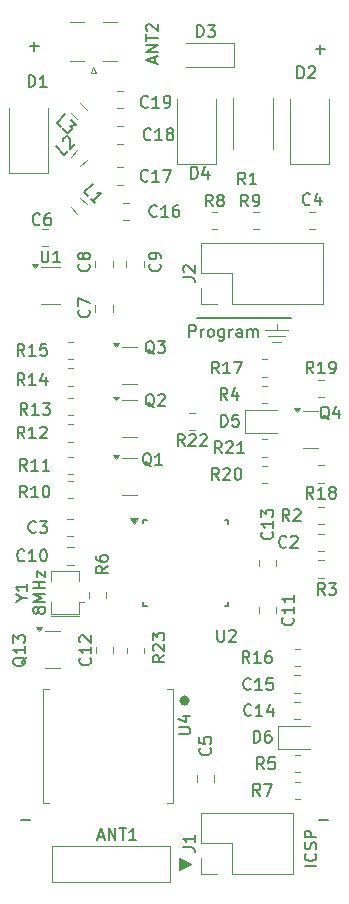
<source format=gbr>
%TF.GenerationSoftware,KiCad,Pcbnew,9.0.0*%
%TF.CreationDate,2025-04-07T21:59:35-05:00*%
%TF.ProjectId,ptSolar,7074536f-6c61-4722-9e6b-696361645f70,rev?*%
%TF.SameCoordinates,Original*%
%TF.FileFunction,Legend,Top*%
%TF.FilePolarity,Positive*%
%FSLAX46Y46*%
G04 Gerber Fmt 4.6, Leading zero omitted, Abs format (unit mm)*
G04 Created by KiCad (PCBNEW 9.0.0) date 2025-04-07 21:59:35*
%MOMM*%
%LPD*%
G01*
G04 APERTURE LIST*
%ADD10C,0.100000*%
%ADD11C,0.200000*%
%ADD12C,0.150000*%
%ADD13C,0.120000*%
%ADD14C,0.450000*%
G04 APERTURE END LIST*
D10*
X160000000Y-94750000D02*
X161500000Y-94750000D01*
X160750000Y-94250000D02*
X161750000Y-94250000D01*
D11*
X154000000Y-93250000D02*
X162000000Y-93250000D01*
D10*
X160750000Y-94250000D02*
X159750000Y-94250000D01*
X153500000Y-139500000D02*
X152500000Y-140000000D01*
X152500000Y-139000000D01*
X153500000Y-139500000D01*
G36*
X153500000Y-139500000D02*
G01*
X152500000Y-140000000D01*
X152500000Y-139000000D01*
X153500000Y-139500000D01*
G37*
X160375000Y-95250000D02*
X161125000Y-95250000D01*
X160750000Y-93750000D02*
X160750000Y-94250000D01*
D12*
X153336779Y-94869819D02*
X153336779Y-93869819D01*
X153336779Y-93869819D02*
X153717731Y-93869819D01*
X153717731Y-93869819D02*
X153812969Y-93917438D01*
X153812969Y-93917438D02*
X153860588Y-93965057D01*
X153860588Y-93965057D02*
X153908207Y-94060295D01*
X153908207Y-94060295D02*
X153908207Y-94203152D01*
X153908207Y-94203152D02*
X153860588Y-94298390D01*
X153860588Y-94298390D02*
X153812969Y-94346009D01*
X153812969Y-94346009D02*
X153717731Y-94393628D01*
X153717731Y-94393628D02*
X153336779Y-94393628D01*
X154336779Y-94869819D02*
X154336779Y-94203152D01*
X154336779Y-94393628D02*
X154384398Y-94298390D01*
X154384398Y-94298390D02*
X154432017Y-94250771D01*
X154432017Y-94250771D02*
X154527255Y-94203152D01*
X154527255Y-94203152D02*
X154622493Y-94203152D01*
X155098684Y-94869819D02*
X155003446Y-94822200D01*
X155003446Y-94822200D02*
X154955827Y-94774580D01*
X154955827Y-94774580D02*
X154908208Y-94679342D01*
X154908208Y-94679342D02*
X154908208Y-94393628D01*
X154908208Y-94393628D02*
X154955827Y-94298390D01*
X154955827Y-94298390D02*
X155003446Y-94250771D01*
X155003446Y-94250771D02*
X155098684Y-94203152D01*
X155098684Y-94203152D02*
X155241541Y-94203152D01*
X155241541Y-94203152D02*
X155336779Y-94250771D01*
X155336779Y-94250771D02*
X155384398Y-94298390D01*
X155384398Y-94298390D02*
X155432017Y-94393628D01*
X155432017Y-94393628D02*
X155432017Y-94679342D01*
X155432017Y-94679342D02*
X155384398Y-94774580D01*
X155384398Y-94774580D02*
X155336779Y-94822200D01*
X155336779Y-94822200D02*
X155241541Y-94869819D01*
X155241541Y-94869819D02*
X155098684Y-94869819D01*
X156289160Y-94203152D02*
X156289160Y-95012676D01*
X156289160Y-95012676D02*
X156241541Y-95107914D01*
X156241541Y-95107914D02*
X156193922Y-95155533D01*
X156193922Y-95155533D02*
X156098684Y-95203152D01*
X156098684Y-95203152D02*
X155955827Y-95203152D01*
X155955827Y-95203152D02*
X155860589Y-95155533D01*
X156289160Y-94822200D02*
X156193922Y-94869819D01*
X156193922Y-94869819D02*
X156003446Y-94869819D01*
X156003446Y-94869819D02*
X155908208Y-94822200D01*
X155908208Y-94822200D02*
X155860589Y-94774580D01*
X155860589Y-94774580D02*
X155812970Y-94679342D01*
X155812970Y-94679342D02*
X155812970Y-94393628D01*
X155812970Y-94393628D02*
X155860589Y-94298390D01*
X155860589Y-94298390D02*
X155908208Y-94250771D01*
X155908208Y-94250771D02*
X156003446Y-94203152D01*
X156003446Y-94203152D02*
X156193922Y-94203152D01*
X156193922Y-94203152D02*
X156289160Y-94250771D01*
X156765351Y-94869819D02*
X156765351Y-94203152D01*
X156765351Y-94393628D02*
X156812970Y-94298390D01*
X156812970Y-94298390D02*
X156860589Y-94250771D01*
X156860589Y-94250771D02*
X156955827Y-94203152D01*
X156955827Y-94203152D02*
X157051065Y-94203152D01*
X157812970Y-94869819D02*
X157812970Y-94346009D01*
X157812970Y-94346009D02*
X157765351Y-94250771D01*
X157765351Y-94250771D02*
X157670113Y-94203152D01*
X157670113Y-94203152D02*
X157479637Y-94203152D01*
X157479637Y-94203152D02*
X157384399Y-94250771D01*
X157812970Y-94822200D02*
X157717732Y-94869819D01*
X157717732Y-94869819D02*
X157479637Y-94869819D01*
X157479637Y-94869819D02*
X157384399Y-94822200D01*
X157384399Y-94822200D02*
X157336780Y-94726961D01*
X157336780Y-94726961D02*
X157336780Y-94631723D01*
X157336780Y-94631723D02*
X157384399Y-94536485D01*
X157384399Y-94536485D02*
X157479637Y-94488866D01*
X157479637Y-94488866D02*
X157717732Y-94488866D01*
X157717732Y-94488866D02*
X157812970Y-94441247D01*
X158289161Y-94869819D02*
X158289161Y-94203152D01*
X158289161Y-94298390D02*
X158336780Y-94250771D01*
X158336780Y-94250771D02*
X158432018Y-94203152D01*
X158432018Y-94203152D02*
X158574875Y-94203152D01*
X158574875Y-94203152D02*
X158670113Y-94250771D01*
X158670113Y-94250771D02*
X158717732Y-94346009D01*
X158717732Y-94346009D02*
X158717732Y-94869819D01*
X158717732Y-94346009D02*
X158765351Y-94250771D01*
X158765351Y-94250771D02*
X158860589Y-94203152D01*
X158860589Y-94203152D02*
X159003446Y-94203152D01*
X159003446Y-94203152D02*
X159098685Y-94250771D01*
X159098685Y-94250771D02*
X159146304Y-94346009D01*
X159146304Y-94346009D02*
X159146304Y-94869819D01*
X164119819Y-139663220D02*
X163119819Y-139663220D01*
X164024580Y-138615602D02*
X164072200Y-138663221D01*
X164072200Y-138663221D02*
X164119819Y-138806078D01*
X164119819Y-138806078D02*
X164119819Y-138901316D01*
X164119819Y-138901316D02*
X164072200Y-139044173D01*
X164072200Y-139044173D02*
X163976961Y-139139411D01*
X163976961Y-139139411D02*
X163881723Y-139187030D01*
X163881723Y-139187030D02*
X163691247Y-139234649D01*
X163691247Y-139234649D02*
X163548390Y-139234649D01*
X163548390Y-139234649D02*
X163357914Y-139187030D01*
X163357914Y-139187030D02*
X163262676Y-139139411D01*
X163262676Y-139139411D02*
X163167438Y-139044173D01*
X163167438Y-139044173D02*
X163119819Y-138901316D01*
X163119819Y-138901316D02*
X163119819Y-138806078D01*
X163119819Y-138806078D02*
X163167438Y-138663221D01*
X163167438Y-138663221D02*
X163215057Y-138615602D01*
X164072200Y-138234649D02*
X164119819Y-138091792D01*
X164119819Y-138091792D02*
X164119819Y-137853697D01*
X164119819Y-137853697D02*
X164072200Y-137758459D01*
X164072200Y-137758459D02*
X164024580Y-137710840D01*
X164024580Y-137710840D02*
X163929342Y-137663221D01*
X163929342Y-137663221D02*
X163834104Y-137663221D01*
X163834104Y-137663221D02*
X163738866Y-137710840D01*
X163738866Y-137710840D02*
X163691247Y-137758459D01*
X163691247Y-137758459D02*
X163643628Y-137853697D01*
X163643628Y-137853697D02*
X163596009Y-138044173D01*
X163596009Y-138044173D02*
X163548390Y-138139411D01*
X163548390Y-138139411D02*
X163500771Y-138187030D01*
X163500771Y-138187030D02*
X163405533Y-138234649D01*
X163405533Y-138234649D02*
X163310295Y-138234649D01*
X163310295Y-138234649D02*
X163215057Y-138187030D01*
X163215057Y-138187030D02*
X163167438Y-138139411D01*
X163167438Y-138139411D02*
X163119819Y-138044173D01*
X163119819Y-138044173D02*
X163119819Y-137806078D01*
X163119819Y-137806078D02*
X163167438Y-137663221D01*
X164119819Y-137234649D02*
X163119819Y-137234649D01*
X163119819Y-137234649D02*
X163119819Y-136853697D01*
X163119819Y-136853697D02*
X163167438Y-136758459D01*
X163167438Y-136758459D02*
X163215057Y-136710840D01*
X163215057Y-136710840D02*
X163310295Y-136663221D01*
X163310295Y-136663221D02*
X163453152Y-136663221D01*
X163453152Y-136663221D02*
X163548390Y-136710840D01*
X163548390Y-136710840D02*
X163596009Y-136758459D01*
X163596009Y-136758459D02*
X163643628Y-136853697D01*
X163643628Y-136853697D02*
X163643628Y-137234649D01*
X151254819Y-121815793D02*
X150778628Y-122149126D01*
X151254819Y-122387221D02*
X150254819Y-122387221D01*
X150254819Y-122387221D02*
X150254819Y-122006269D01*
X150254819Y-122006269D02*
X150302438Y-121911031D01*
X150302438Y-121911031D02*
X150350057Y-121863412D01*
X150350057Y-121863412D02*
X150445295Y-121815793D01*
X150445295Y-121815793D02*
X150588152Y-121815793D01*
X150588152Y-121815793D02*
X150683390Y-121863412D01*
X150683390Y-121863412D02*
X150731009Y-121911031D01*
X150731009Y-121911031D02*
X150778628Y-122006269D01*
X150778628Y-122006269D02*
X150778628Y-122387221D01*
X150350057Y-121434840D02*
X150302438Y-121387221D01*
X150302438Y-121387221D02*
X150254819Y-121291983D01*
X150254819Y-121291983D02*
X150254819Y-121053888D01*
X150254819Y-121053888D02*
X150302438Y-120958650D01*
X150302438Y-120958650D02*
X150350057Y-120911031D01*
X150350057Y-120911031D02*
X150445295Y-120863412D01*
X150445295Y-120863412D02*
X150540533Y-120863412D01*
X150540533Y-120863412D02*
X150683390Y-120911031D01*
X150683390Y-120911031D02*
X151254819Y-121482459D01*
X151254819Y-121482459D02*
X151254819Y-120863412D01*
X150254819Y-120530078D02*
X150254819Y-119911031D01*
X150254819Y-119911031D02*
X150635771Y-120244364D01*
X150635771Y-120244364D02*
X150635771Y-120101507D01*
X150635771Y-120101507D02*
X150683390Y-120006269D01*
X150683390Y-120006269D02*
X150731009Y-119958650D01*
X150731009Y-119958650D02*
X150826247Y-119911031D01*
X150826247Y-119911031D02*
X151064342Y-119911031D01*
X151064342Y-119911031D02*
X151159580Y-119958650D01*
X151159580Y-119958650D02*
X151207200Y-120006269D01*
X151207200Y-120006269D02*
X151254819Y-120101507D01*
X151254819Y-120101507D02*
X151254819Y-120387221D01*
X151254819Y-120387221D02*
X151207200Y-120482459D01*
X151207200Y-120482459D02*
X151159580Y-120530078D01*
X139550057Y-121971428D02*
X139502438Y-122066666D01*
X139502438Y-122066666D02*
X139407200Y-122161904D01*
X139407200Y-122161904D02*
X139264342Y-122304761D01*
X139264342Y-122304761D02*
X139216723Y-122399999D01*
X139216723Y-122399999D02*
X139216723Y-122495237D01*
X139454819Y-122447618D02*
X139407200Y-122542856D01*
X139407200Y-122542856D02*
X139311961Y-122638094D01*
X139311961Y-122638094D02*
X139121485Y-122685713D01*
X139121485Y-122685713D02*
X138788152Y-122685713D01*
X138788152Y-122685713D02*
X138597676Y-122638094D01*
X138597676Y-122638094D02*
X138502438Y-122542856D01*
X138502438Y-122542856D02*
X138454819Y-122447618D01*
X138454819Y-122447618D02*
X138454819Y-122257142D01*
X138454819Y-122257142D02*
X138502438Y-122161904D01*
X138502438Y-122161904D02*
X138597676Y-122066666D01*
X138597676Y-122066666D02*
X138788152Y-122019047D01*
X138788152Y-122019047D02*
X139121485Y-122019047D01*
X139121485Y-122019047D02*
X139311961Y-122066666D01*
X139311961Y-122066666D02*
X139407200Y-122161904D01*
X139407200Y-122161904D02*
X139454819Y-122257142D01*
X139454819Y-122257142D02*
X139454819Y-122447618D01*
X139454819Y-121066666D02*
X139454819Y-121638094D01*
X139454819Y-121352380D02*
X138454819Y-121352380D01*
X138454819Y-121352380D02*
X138597676Y-121447618D01*
X138597676Y-121447618D02*
X138692914Y-121542856D01*
X138692914Y-121542856D02*
X138740533Y-121638094D01*
X138454819Y-120733332D02*
X138454819Y-120114285D01*
X138454819Y-120114285D02*
X138835771Y-120447618D01*
X138835771Y-120447618D02*
X138835771Y-120304761D01*
X138835771Y-120304761D02*
X138883390Y-120209523D01*
X138883390Y-120209523D02*
X138931009Y-120161904D01*
X138931009Y-120161904D02*
X139026247Y-120114285D01*
X139026247Y-120114285D02*
X139264342Y-120114285D01*
X139264342Y-120114285D02*
X139359580Y-120161904D01*
X139359580Y-120161904D02*
X139407200Y-120209523D01*
X139407200Y-120209523D02*
X139454819Y-120304761D01*
X139454819Y-120304761D02*
X139454819Y-120590475D01*
X139454819Y-120590475D02*
X139407200Y-120685713D01*
X139407200Y-120685713D02*
X139359580Y-120733332D01*
X155857142Y-106954819D02*
X155523809Y-106478628D01*
X155285714Y-106954819D02*
X155285714Y-105954819D01*
X155285714Y-105954819D02*
X155666666Y-105954819D01*
X155666666Y-105954819D02*
X155761904Y-106002438D01*
X155761904Y-106002438D02*
X155809523Y-106050057D01*
X155809523Y-106050057D02*
X155857142Y-106145295D01*
X155857142Y-106145295D02*
X155857142Y-106288152D01*
X155857142Y-106288152D02*
X155809523Y-106383390D01*
X155809523Y-106383390D02*
X155761904Y-106431009D01*
X155761904Y-106431009D02*
X155666666Y-106478628D01*
X155666666Y-106478628D02*
X155285714Y-106478628D01*
X156238095Y-106050057D02*
X156285714Y-106002438D01*
X156285714Y-106002438D02*
X156380952Y-105954819D01*
X156380952Y-105954819D02*
X156619047Y-105954819D01*
X156619047Y-105954819D02*
X156714285Y-106002438D01*
X156714285Y-106002438D02*
X156761904Y-106050057D01*
X156761904Y-106050057D02*
X156809523Y-106145295D01*
X156809523Y-106145295D02*
X156809523Y-106240533D01*
X156809523Y-106240533D02*
X156761904Y-106383390D01*
X156761904Y-106383390D02*
X156190476Y-106954819D01*
X156190476Y-106954819D02*
X156809523Y-106954819D01*
X157428571Y-105954819D02*
X157523809Y-105954819D01*
X157523809Y-105954819D02*
X157619047Y-106002438D01*
X157619047Y-106002438D02*
X157666666Y-106050057D01*
X157666666Y-106050057D02*
X157714285Y-106145295D01*
X157714285Y-106145295D02*
X157761904Y-106335771D01*
X157761904Y-106335771D02*
X157761904Y-106573866D01*
X157761904Y-106573866D02*
X157714285Y-106764342D01*
X157714285Y-106764342D02*
X157666666Y-106859580D01*
X157666666Y-106859580D02*
X157619047Y-106907200D01*
X157619047Y-106907200D02*
X157523809Y-106954819D01*
X157523809Y-106954819D02*
X157428571Y-106954819D01*
X157428571Y-106954819D02*
X157333333Y-106907200D01*
X157333333Y-106907200D02*
X157285714Y-106859580D01*
X157285714Y-106859580D02*
X157238095Y-106764342D01*
X157238095Y-106764342D02*
X157190476Y-106573866D01*
X157190476Y-106573866D02*
X157190476Y-106335771D01*
X157190476Y-106335771D02*
X157238095Y-106145295D01*
X157238095Y-106145295D02*
X157285714Y-106050057D01*
X157285714Y-106050057D02*
X157333333Y-106002438D01*
X157333333Y-106002438D02*
X157428571Y-105954819D01*
X139086779Y-135738866D02*
X139848684Y-135738866D01*
X139836779Y-70238866D02*
X140598684Y-70238866D01*
X140217731Y-70619819D02*
X140217731Y-69857914D01*
X145630952Y-137169104D02*
X146107142Y-137169104D01*
X145535714Y-137454819D02*
X145869047Y-136454819D01*
X145869047Y-136454819D02*
X146202380Y-137454819D01*
X146535714Y-137454819D02*
X146535714Y-136454819D01*
X146535714Y-136454819D02*
X147107142Y-137454819D01*
X147107142Y-137454819D02*
X147107142Y-136454819D01*
X147440476Y-136454819D02*
X148011904Y-136454819D01*
X147726190Y-137454819D02*
X147726190Y-136454819D01*
X148869047Y-137454819D02*
X148297619Y-137454819D01*
X148583333Y-137454819D02*
X148583333Y-136454819D01*
X148583333Y-136454819D02*
X148488095Y-136597676D01*
X148488095Y-136597676D02*
X148392857Y-136692914D01*
X148392857Y-136692914D02*
X148297619Y-136740533D01*
X155857142Y-97954819D02*
X155523809Y-97478628D01*
X155285714Y-97954819D02*
X155285714Y-96954819D01*
X155285714Y-96954819D02*
X155666666Y-96954819D01*
X155666666Y-96954819D02*
X155761904Y-97002438D01*
X155761904Y-97002438D02*
X155809523Y-97050057D01*
X155809523Y-97050057D02*
X155857142Y-97145295D01*
X155857142Y-97145295D02*
X155857142Y-97288152D01*
X155857142Y-97288152D02*
X155809523Y-97383390D01*
X155809523Y-97383390D02*
X155761904Y-97431009D01*
X155761904Y-97431009D02*
X155666666Y-97478628D01*
X155666666Y-97478628D02*
X155285714Y-97478628D01*
X156809523Y-97954819D02*
X156238095Y-97954819D01*
X156523809Y-97954819D02*
X156523809Y-96954819D01*
X156523809Y-96954819D02*
X156428571Y-97097676D01*
X156428571Y-97097676D02*
X156333333Y-97192914D01*
X156333333Y-97192914D02*
X156238095Y-97240533D01*
X157142857Y-96954819D02*
X157809523Y-96954819D01*
X157809523Y-96954819D02*
X157380952Y-97954819D01*
X159353333Y-133704819D02*
X159020000Y-133228628D01*
X158781905Y-133704819D02*
X158781905Y-132704819D01*
X158781905Y-132704819D02*
X159162857Y-132704819D01*
X159162857Y-132704819D02*
X159258095Y-132752438D01*
X159258095Y-132752438D02*
X159305714Y-132800057D01*
X159305714Y-132800057D02*
X159353333Y-132895295D01*
X159353333Y-132895295D02*
X159353333Y-133038152D01*
X159353333Y-133038152D02*
X159305714Y-133133390D01*
X159305714Y-133133390D02*
X159258095Y-133181009D01*
X159258095Y-133181009D02*
X159162857Y-133228628D01*
X159162857Y-133228628D02*
X158781905Y-133228628D01*
X159686667Y-132704819D02*
X160353333Y-132704819D01*
X160353333Y-132704819D02*
X159924762Y-133704819D01*
X139405616Y-103456345D02*
X139072283Y-102980154D01*
X138834188Y-103456345D02*
X138834188Y-102456345D01*
X138834188Y-102456345D02*
X139215140Y-102456345D01*
X139215140Y-102456345D02*
X139310378Y-102503964D01*
X139310378Y-102503964D02*
X139357997Y-102551583D01*
X139357997Y-102551583D02*
X139405616Y-102646821D01*
X139405616Y-102646821D02*
X139405616Y-102789678D01*
X139405616Y-102789678D02*
X139357997Y-102884916D01*
X139357997Y-102884916D02*
X139310378Y-102932535D01*
X139310378Y-102932535D02*
X139215140Y-102980154D01*
X139215140Y-102980154D02*
X138834188Y-102980154D01*
X140357997Y-103456345D02*
X139786569Y-103456345D01*
X140072283Y-103456345D02*
X140072283Y-102456345D01*
X140072283Y-102456345D02*
X139977045Y-102599202D01*
X139977045Y-102599202D02*
X139881807Y-102694440D01*
X139881807Y-102694440D02*
X139786569Y-102742059D01*
X140738950Y-102551583D02*
X140786569Y-102503964D01*
X140786569Y-102503964D02*
X140881807Y-102456345D01*
X140881807Y-102456345D02*
X141119902Y-102456345D01*
X141119902Y-102456345D02*
X141215140Y-102503964D01*
X141215140Y-102503964D02*
X141262759Y-102551583D01*
X141262759Y-102551583D02*
X141310378Y-102646821D01*
X141310378Y-102646821D02*
X141310378Y-102742059D01*
X141310378Y-102742059D02*
X141262759Y-102884916D01*
X141262759Y-102884916D02*
X140691331Y-103456345D01*
X140691331Y-103456345D02*
X141310378Y-103456345D01*
X144859580Y-92566666D02*
X144907200Y-92614285D01*
X144907200Y-92614285D02*
X144954819Y-92757142D01*
X144954819Y-92757142D02*
X144954819Y-92852380D01*
X144954819Y-92852380D02*
X144907200Y-92995237D01*
X144907200Y-92995237D02*
X144811961Y-93090475D01*
X144811961Y-93090475D02*
X144716723Y-93138094D01*
X144716723Y-93138094D02*
X144526247Y-93185713D01*
X144526247Y-93185713D02*
X144383390Y-93185713D01*
X144383390Y-93185713D02*
X144192914Y-93138094D01*
X144192914Y-93138094D02*
X144097676Y-93090475D01*
X144097676Y-93090475D02*
X144002438Y-92995237D01*
X144002438Y-92995237D02*
X143954819Y-92852380D01*
X143954819Y-92852380D02*
X143954819Y-92757142D01*
X143954819Y-92757142D02*
X144002438Y-92614285D01*
X144002438Y-92614285D02*
X144050057Y-92566666D01*
X143954819Y-92233332D02*
X143954819Y-91566666D01*
X143954819Y-91566666D02*
X144954819Y-91995237D01*
X156031905Y-102454819D02*
X156031905Y-101454819D01*
X156031905Y-101454819D02*
X156270000Y-101454819D01*
X156270000Y-101454819D02*
X156412857Y-101502438D01*
X156412857Y-101502438D02*
X156508095Y-101597676D01*
X156508095Y-101597676D02*
X156555714Y-101692914D01*
X156555714Y-101692914D02*
X156603333Y-101883390D01*
X156603333Y-101883390D02*
X156603333Y-102026247D01*
X156603333Y-102026247D02*
X156555714Y-102216723D01*
X156555714Y-102216723D02*
X156508095Y-102311961D01*
X156508095Y-102311961D02*
X156412857Y-102407200D01*
X156412857Y-102407200D02*
X156270000Y-102454819D01*
X156270000Y-102454819D02*
X156031905Y-102454819D01*
X157508095Y-101454819D02*
X157031905Y-101454819D01*
X157031905Y-101454819D02*
X156984286Y-101931009D01*
X156984286Y-101931009D02*
X157031905Y-101883390D01*
X157031905Y-101883390D02*
X157127143Y-101835771D01*
X157127143Y-101835771D02*
X157365238Y-101835771D01*
X157365238Y-101835771D02*
X157460476Y-101883390D01*
X157460476Y-101883390D02*
X157508095Y-101931009D01*
X157508095Y-101931009D02*
X157555714Y-102026247D01*
X157555714Y-102026247D02*
X157555714Y-102264342D01*
X157555714Y-102264342D02*
X157508095Y-102359580D01*
X157508095Y-102359580D02*
X157460476Y-102407200D01*
X157460476Y-102407200D02*
X157365238Y-102454819D01*
X157365238Y-102454819D02*
X157127143Y-102454819D01*
X157127143Y-102454819D02*
X157031905Y-102407200D01*
X157031905Y-102407200D02*
X156984286Y-102359580D01*
X158083333Y-81954819D02*
X157750000Y-81478628D01*
X157511905Y-81954819D02*
X157511905Y-80954819D01*
X157511905Y-80954819D02*
X157892857Y-80954819D01*
X157892857Y-80954819D02*
X157988095Y-81002438D01*
X157988095Y-81002438D02*
X158035714Y-81050057D01*
X158035714Y-81050057D02*
X158083333Y-81145295D01*
X158083333Y-81145295D02*
X158083333Y-81288152D01*
X158083333Y-81288152D02*
X158035714Y-81383390D01*
X158035714Y-81383390D02*
X157988095Y-81431009D01*
X157988095Y-81431009D02*
X157892857Y-81478628D01*
X157892857Y-81478628D02*
X157511905Y-81478628D01*
X159035714Y-81954819D02*
X158464286Y-81954819D01*
X158750000Y-81954819D02*
X158750000Y-80954819D01*
X158750000Y-80954819D02*
X158654762Y-81097676D01*
X158654762Y-81097676D02*
X158559524Y-81192914D01*
X158559524Y-81192914D02*
X158464286Y-81240533D01*
X139607142Y-108454819D02*
X139273809Y-107978628D01*
X139035714Y-108454819D02*
X139035714Y-107454819D01*
X139035714Y-107454819D02*
X139416666Y-107454819D01*
X139416666Y-107454819D02*
X139511904Y-107502438D01*
X139511904Y-107502438D02*
X139559523Y-107550057D01*
X139559523Y-107550057D02*
X139607142Y-107645295D01*
X139607142Y-107645295D02*
X139607142Y-107788152D01*
X139607142Y-107788152D02*
X139559523Y-107883390D01*
X139559523Y-107883390D02*
X139511904Y-107931009D01*
X139511904Y-107931009D02*
X139416666Y-107978628D01*
X139416666Y-107978628D02*
X139035714Y-107978628D01*
X140559523Y-108454819D02*
X139988095Y-108454819D01*
X140273809Y-108454819D02*
X140273809Y-107454819D01*
X140273809Y-107454819D02*
X140178571Y-107597676D01*
X140178571Y-107597676D02*
X140083333Y-107692914D01*
X140083333Y-107692914D02*
X139988095Y-107740533D01*
X141178571Y-107454819D02*
X141273809Y-107454819D01*
X141273809Y-107454819D02*
X141369047Y-107502438D01*
X141369047Y-107502438D02*
X141416666Y-107550057D01*
X141416666Y-107550057D02*
X141464285Y-107645295D01*
X141464285Y-107645295D02*
X141511904Y-107835771D01*
X141511904Y-107835771D02*
X141511904Y-108073866D01*
X141511904Y-108073866D02*
X141464285Y-108264342D01*
X141464285Y-108264342D02*
X141416666Y-108359580D01*
X141416666Y-108359580D02*
X141369047Y-108407200D01*
X141369047Y-108407200D02*
X141273809Y-108454819D01*
X141273809Y-108454819D02*
X141178571Y-108454819D01*
X141178571Y-108454819D02*
X141083333Y-108407200D01*
X141083333Y-108407200D02*
X141035714Y-108359580D01*
X141035714Y-108359580D02*
X140988095Y-108264342D01*
X140988095Y-108264342D02*
X140940476Y-108073866D01*
X140940476Y-108073866D02*
X140940476Y-107835771D01*
X140940476Y-107835771D02*
X140988095Y-107645295D01*
X140988095Y-107645295D02*
X141035714Y-107550057D01*
X141035714Y-107550057D02*
X141083333Y-107502438D01*
X141083333Y-107502438D02*
X141178571Y-107454819D01*
X150607142Y-84609580D02*
X150559523Y-84657200D01*
X150559523Y-84657200D02*
X150416666Y-84704819D01*
X150416666Y-84704819D02*
X150321428Y-84704819D01*
X150321428Y-84704819D02*
X150178571Y-84657200D01*
X150178571Y-84657200D02*
X150083333Y-84561961D01*
X150083333Y-84561961D02*
X150035714Y-84466723D01*
X150035714Y-84466723D02*
X149988095Y-84276247D01*
X149988095Y-84276247D02*
X149988095Y-84133390D01*
X149988095Y-84133390D02*
X150035714Y-83942914D01*
X150035714Y-83942914D02*
X150083333Y-83847676D01*
X150083333Y-83847676D02*
X150178571Y-83752438D01*
X150178571Y-83752438D02*
X150321428Y-83704819D01*
X150321428Y-83704819D02*
X150416666Y-83704819D01*
X150416666Y-83704819D02*
X150559523Y-83752438D01*
X150559523Y-83752438D02*
X150607142Y-83800057D01*
X151559523Y-84704819D02*
X150988095Y-84704819D01*
X151273809Y-84704819D02*
X151273809Y-83704819D01*
X151273809Y-83704819D02*
X151178571Y-83847676D01*
X151178571Y-83847676D02*
X151083333Y-83942914D01*
X151083333Y-83942914D02*
X150988095Y-83990533D01*
X152416666Y-83704819D02*
X152226190Y-83704819D01*
X152226190Y-83704819D02*
X152130952Y-83752438D01*
X152130952Y-83752438D02*
X152083333Y-83800057D01*
X152083333Y-83800057D02*
X151988095Y-83942914D01*
X151988095Y-83942914D02*
X151940476Y-84133390D01*
X151940476Y-84133390D02*
X151940476Y-84514342D01*
X151940476Y-84514342D02*
X151988095Y-84609580D01*
X151988095Y-84609580D02*
X152035714Y-84657200D01*
X152035714Y-84657200D02*
X152130952Y-84704819D01*
X152130952Y-84704819D02*
X152321428Y-84704819D01*
X152321428Y-84704819D02*
X152416666Y-84657200D01*
X152416666Y-84657200D02*
X152464285Y-84609580D01*
X152464285Y-84609580D02*
X152511904Y-84514342D01*
X152511904Y-84514342D02*
X152511904Y-84276247D01*
X152511904Y-84276247D02*
X152464285Y-84181009D01*
X152464285Y-84181009D02*
X152416666Y-84133390D01*
X152416666Y-84133390D02*
X152321428Y-84085771D01*
X152321428Y-84085771D02*
X152130952Y-84085771D01*
X152130952Y-84085771D02*
X152035714Y-84133390D01*
X152035714Y-84133390D02*
X151988095Y-84181009D01*
X151988095Y-84181009D02*
X151940476Y-84276247D01*
X158607142Y-126859580D02*
X158559523Y-126907200D01*
X158559523Y-126907200D02*
X158416666Y-126954819D01*
X158416666Y-126954819D02*
X158321428Y-126954819D01*
X158321428Y-126954819D02*
X158178571Y-126907200D01*
X158178571Y-126907200D02*
X158083333Y-126811961D01*
X158083333Y-126811961D02*
X158035714Y-126716723D01*
X158035714Y-126716723D02*
X157988095Y-126526247D01*
X157988095Y-126526247D02*
X157988095Y-126383390D01*
X157988095Y-126383390D02*
X158035714Y-126192914D01*
X158035714Y-126192914D02*
X158083333Y-126097676D01*
X158083333Y-126097676D02*
X158178571Y-126002438D01*
X158178571Y-126002438D02*
X158321428Y-125954819D01*
X158321428Y-125954819D02*
X158416666Y-125954819D01*
X158416666Y-125954819D02*
X158559523Y-126002438D01*
X158559523Y-126002438D02*
X158607142Y-126050057D01*
X159559523Y-126954819D02*
X158988095Y-126954819D01*
X159273809Y-126954819D02*
X159273809Y-125954819D01*
X159273809Y-125954819D02*
X159178571Y-126097676D01*
X159178571Y-126097676D02*
X159083333Y-126192914D01*
X159083333Y-126192914D02*
X158988095Y-126240533D01*
X160416666Y-126288152D02*
X160416666Y-126954819D01*
X160178571Y-125907200D02*
X159940476Y-126621485D01*
X159940476Y-126621485D02*
X160559523Y-126621485D01*
X156107142Y-104704819D02*
X155773809Y-104228628D01*
X155535714Y-104704819D02*
X155535714Y-103704819D01*
X155535714Y-103704819D02*
X155916666Y-103704819D01*
X155916666Y-103704819D02*
X156011904Y-103752438D01*
X156011904Y-103752438D02*
X156059523Y-103800057D01*
X156059523Y-103800057D02*
X156107142Y-103895295D01*
X156107142Y-103895295D02*
X156107142Y-104038152D01*
X156107142Y-104038152D02*
X156059523Y-104133390D01*
X156059523Y-104133390D02*
X156011904Y-104181009D01*
X156011904Y-104181009D02*
X155916666Y-104228628D01*
X155916666Y-104228628D02*
X155535714Y-104228628D01*
X156488095Y-103800057D02*
X156535714Y-103752438D01*
X156535714Y-103752438D02*
X156630952Y-103704819D01*
X156630952Y-103704819D02*
X156869047Y-103704819D01*
X156869047Y-103704819D02*
X156964285Y-103752438D01*
X156964285Y-103752438D02*
X157011904Y-103800057D01*
X157011904Y-103800057D02*
X157059523Y-103895295D01*
X157059523Y-103895295D02*
X157059523Y-103990533D01*
X157059523Y-103990533D02*
X157011904Y-104133390D01*
X157011904Y-104133390D02*
X156440476Y-104704819D01*
X156440476Y-104704819D02*
X157059523Y-104704819D01*
X158011904Y-104704819D02*
X157440476Y-104704819D01*
X157726190Y-104704819D02*
X157726190Y-103704819D01*
X157726190Y-103704819D02*
X157630952Y-103847676D01*
X157630952Y-103847676D02*
X157535714Y-103942914D01*
X157535714Y-103942914D02*
X157440476Y-103990533D01*
X158333333Y-83804819D02*
X158000000Y-83328628D01*
X157761905Y-83804819D02*
X157761905Y-82804819D01*
X157761905Y-82804819D02*
X158142857Y-82804819D01*
X158142857Y-82804819D02*
X158238095Y-82852438D01*
X158238095Y-82852438D02*
X158285714Y-82900057D01*
X158285714Y-82900057D02*
X158333333Y-82995295D01*
X158333333Y-82995295D02*
X158333333Y-83138152D01*
X158333333Y-83138152D02*
X158285714Y-83233390D01*
X158285714Y-83233390D02*
X158238095Y-83281009D01*
X158238095Y-83281009D02*
X158142857Y-83328628D01*
X158142857Y-83328628D02*
X157761905Y-83328628D01*
X158809524Y-83804819D02*
X159000000Y-83804819D01*
X159000000Y-83804819D02*
X159095238Y-83757200D01*
X159095238Y-83757200D02*
X159142857Y-83709580D01*
X159142857Y-83709580D02*
X159238095Y-83566723D01*
X159238095Y-83566723D02*
X159285714Y-83376247D01*
X159285714Y-83376247D02*
X159285714Y-82995295D01*
X159285714Y-82995295D02*
X159238095Y-82900057D01*
X159238095Y-82900057D02*
X159190476Y-82852438D01*
X159190476Y-82852438D02*
X159095238Y-82804819D01*
X159095238Y-82804819D02*
X158904762Y-82804819D01*
X158904762Y-82804819D02*
X158809524Y-82852438D01*
X158809524Y-82852438D02*
X158761905Y-82900057D01*
X158761905Y-82900057D02*
X158714286Y-82995295D01*
X158714286Y-82995295D02*
X158714286Y-83233390D01*
X158714286Y-83233390D02*
X158761905Y-83328628D01*
X158761905Y-83328628D02*
X158809524Y-83376247D01*
X158809524Y-83376247D02*
X158904762Y-83423866D01*
X158904762Y-83423866D02*
X159095238Y-83423866D01*
X159095238Y-83423866D02*
X159190476Y-83376247D01*
X159190476Y-83376247D02*
X159238095Y-83328628D01*
X159238095Y-83328628D02*
X159285714Y-83233390D01*
X150404761Y-100800057D02*
X150309523Y-100752438D01*
X150309523Y-100752438D02*
X150214285Y-100657200D01*
X150214285Y-100657200D02*
X150071428Y-100514342D01*
X150071428Y-100514342D02*
X149976190Y-100466723D01*
X149976190Y-100466723D02*
X149880952Y-100466723D01*
X149928571Y-100704819D02*
X149833333Y-100657200D01*
X149833333Y-100657200D02*
X149738095Y-100561961D01*
X149738095Y-100561961D02*
X149690476Y-100371485D01*
X149690476Y-100371485D02*
X149690476Y-100038152D01*
X149690476Y-100038152D02*
X149738095Y-99847676D01*
X149738095Y-99847676D02*
X149833333Y-99752438D01*
X149833333Y-99752438D02*
X149928571Y-99704819D01*
X149928571Y-99704819D02*
X150119047Y-99704819D01*
X150119047Y-99704819D02*
X150214285Y-99752438D01*
X150214285Y-99752438D02*
X150309523Y-99847676D01*
X150309523Y-99847676D02*
X150357142Y-100038152D01*
X150357142Y-100038152D02*
X150357142Y-100371485D01*
X150357142Y-100371485D02*
X150309523Y-100561961D01*
X150309523Y-100561961D02*
X150214285Y-100657200D01*
X150214285Y-100657200D02*
X150119047Y-100704819D01*
X150119047Y-100704819D02*
X149928571Y-100704819D01*
X150738095Y-99800057D02*
X150785714Y-99752438D01*
X150785714Y-99752438D02*
X150880952Y-99704819D01*
X150880952Y-99704819D02*
X151119047Y-99704819D01*
X151119047Y-99704819D02*
X151214285Y-99752438D01*
X151214285Y-99752438D02*
X151261904Y-99800057D01*
X151261904Y-99800057D02*
X151309523Y-99895295D01*
X151309523Y-99895295D02*
X151309523Y-99990533D01*
X151309523Y-99990533D02*
X151261904Y-100133390D01*
X151261904Y-100133390D02*
X150690476Y-100704819D01*
X150690476Y-100704819D02*
X151309523Y-100704819D01*
X155738095Y-119654819D02*
X155738095Y-120464342D01*
X155738095Y-120464342D02*
X155785714Y-120559580D01*
X155785714Y-120559580D02*
X155833333Y-120607200D01*
X155833333Y-120607200D02*
X155928571Y-120654819D01*
X155928571Y-120654819D02*
X156119047Y-120654819D01*
X156119047Y-120654819D02*
X156214285Y-120607200D01*
X156214285Y-120607200D02*
X156261904Y-120559580D01*
X156261904Y-120559580D02*
X156309523Y-120464342D01*
X156309523Y-120464342D02*
X156309523Y-119654819D01*
X156738095Y-119750057D02*
X156785714Y-119702438D01*
X156785714Y-119702438D02*
X156880952Y-119654819D01*
X156880952Y-119654819D02*
X157119047Y-119654819D01*
X157119047Y-119654819D02*
X157214285Y-119702438D01*
X157214285Y-119702438D02*
X157261904Y-119750057D01*
X157261904Y-119750057D02*
X157309523Y-119845295D01*
X157309523Y-119845295D02*
X157309523Y-119940533D01*
X157309523Y-119940533D02*
X157261904Y-120083390D01*
X157261904Y-120083390D02*
X156690476Y-120654819D01*
X156690476Y-120654819D02*
X157309523Y-120654819D01*
X139607142Y-106204819D02*
X139273809Y-105728628D01*
X139035714Y-106204819D02*
X139035714Y-105204819D01*
X139035714Y-105204819D02*
X139416666Y-105204819D01*
X139416666Y-105204819D02*
X139511904Y-105252438D01*
X139511904Y-105252438D02*
X139559523Y-105300057D01*
X139559523Y-105300057D02*
X139607142Y-105395295D01*
X139607142Y-105395295D02*
X139607142Y-105538152D01*
X139607142Y-105538152D02*
X139559523Y-105633390D01*
X139559523Y-105633390D02*
X139511904Y-105681009D01*
X139511904Y-105681009D02*
X139416666Y-105728628D01*
X139416666Y-105728628D02*
X139035714Y-105728628D01*
X140559523Y-106204819D02*
X139988095Y-106204819D01*
X140273809Y-106204819D02*
X140273809Y-105204819D01*
X140273809Y-105204819D02*
X140178571Y-105347676D01*
X140178571Y-105347676D02*
X140083333Y-105442914D01*
X140083333Y-105442914D02*
X139988095Y-105490533D01*
X141511904Y-106204819D02*
X140940476Y-106204819D01*
X141226190Y-106204819D02*
X141226190Y-105204819D01*
X141226190Y-105204819D02*
X141130952Y-105347676D01*
X141130952Y-105347676D02*
X141035714Y-105442914D01*
X141035714Y-105442914D02*
X140940476Y-105490533D01*
X140863095Y-87554819D02*
X140863095Y-88364342D01*
X140863095Y-88364342D02*
X140910714Y-88459580D01*
X140910714Y-88459580D02*
X140958333Y-88507200D01*
X140958333Y-88507200D02*
X141053571Y-88554819D01*
X141053571Y-88554819D02*
X141244047Y-88554819D01*
X141244047Y-88554819D02*
X141339285Y-88507200D01*
X141339285Y-88507200D02*
X141386904Y-88459580D01*
X141386904Y-88459580D02*
X141434523Y-88364342D01*
X141434523Y-88364342D02*
X141434523Y-87554819D01*
X142434523Y-88554819D02*
X141863095Y-88554819D01*
X142148809Y-88554819D02*
X142148809Y-87554819D01*
X142148809Y-87554819D02*
X142053571Y-87697676D01*
X142053571Y-87697676D02*
X141958333Y-87792914D01*
X141958333Y-87792914D02*
X141863095Y-87840533D01*
X161583333Y-112609580D02*
X161535714Y-112657200D01*
X161535714Y-112657200D02*
X161392857Y-112704819D01*
X161392857Y-112704819D02*
X161297619Y-112704819D01*
X161297619Y-112704819D02*
X161154762Y-112657200D01*
X161154762Y-112657200D02*
X161059524Y-112561961D01*
X161059524Y-112561961D02*
X161011905Y-112466723D01*
X161011905Y-112466723D02*
X160964286Y-112276247D01*
X160964286Y-112276247D02*
X160964286Y-112133390D01*
X160964286Y-112133390D02*
X161011905Y-111942914D01*
X161011905Y-111942914D02*
X161059524Y-111847676D01*
X161059524Y-111847676D02*
X161154762Y-111752438D01*
X161154762Y-111752438D02*
X161297619Y-111704819D01*
X161297619Y-111704819D02*
X161392857Y-111704819D01*
X161392857Y-111704819D02*
X161535714Y-111752438D01*
X161535714Y-111752438D02*
X161583333Y-111800057D01*
X161964286Y-111800057D02*
X162011905Y-111752438D01*
X162011905Y-111752438D02*
X162107143Y-111704819D01*
X162107143Y-111704819D02*
X162345238Y-111704819D01*
X162345238Y-111704819D02*
X162440476Y-111752438D01*
X162440476Y-111752438D02*
X162488095Y-111800057D01*
X162488095Y-111800057D02*
X162535714Y-111895295D01*
X162535714Y-111895295D02*
X162535714Y-111990533D01*
X162535714Y-111990533D02*
X162488095Y-112133390D01*
X162488095Y-112133390D02*
X161916667Y-112704819D01*
X161916667Y-112704819D02*
X162535714Y-112704819D01*
X162109580Y-118642857D02*
X162157200Y-118690476D01*
X162157200Y-118690476D02*
X162204819Y-118833333D01*
X162204819Y-118833333D02*
X162204819Y-118928571D01*
X162204819Y-118928571D02*
X162157200Y-119071428D01*
X162157200Y-119071428D02*
X162061961Y-119166666D01*
X162061961Y-119166666D02*
X161966723Y-119214285D01*
X161966723Y-119214285D02*
X161776247Y-119261904D01*
X161776247Y-119261904D02*
X161633390Y-119261904D01*
X161633390Y-119261904D02*
X161442914Y-119214285D01*
X161442914Y-119214285D02*
X161347676Y-119166666D01*
X161347676Y-119166666D02*
X161252438Y-119071428D01*
X161252438Y-119071428D02*
X161204819Y-118928571D01*
X161204819Y-118928571D02*
X161204819Y-118833333D01*
X161204819Y-118833333D02*
X161252438Y-118690476D01*
X161252438Y-118690476D02*
X161300057Y-118642857D01*
X162204819Y-117690476D02*
X162204819Y-118261904D01*
X162204819Y-117976190D02*
X161204819Y-117976190D01*
X161204819Y-117976190D02*
X161347676Y-118071428D01*
X161347676Y-118071428D02*
X161442914Y-118166666D01*
X161442914Y-118166666D02*
X161490533Y-118261904D01*
X162204819Y-116738095D02*
X162204819Y-117309523D01*
X162204819Y-117023809D02*
X161204819Y-117023809D01*
X161204819Y-117023809D02*
X161347676Y-117119047D01*
X161347676Y-117119047D02*
X161442914Y-117214285D01*
X161442914Y-117214285D02*
X161490533Y-117309523D01*
X152957142Y-104104819D02*
X152623809Y-103628628D01*
X152385714Y-104104819D02*
X152385714Y-103104819D01*
X152385714Y-103104819D02*
X152766666Y-103104819D01*
X152766666Y-103104819D02*
X152861904Y-103152438D01*
X152861904Y-103152438D02*
X152909523Y-103200057D01*
X152909523Y-103200057D02*
X152957142Y-103295295D01*
X152957142Y-103295295D02*
X152957142Y-103438152D01*
X152957142Y-103438152D02*
X152909523Y-103533390D01*
X152909523Y-103533390D02*
X152861904Y-103581009D01*
X152861904Y-103581009D02*
X152766666Y-103628628D01*
X152766666Y-103628628D02*
X152385714Y-103628628D01*
X153338095Y-103200057D02*
X153385714Y-103152438D01*
X153385714Y-103152438D02*
X153480952Y-103104819D01*
X153480952Y-103104819D02*
X153719047Y-103104819D01*
X153719047Y-103104819D02*
X153814285Y-103152438D01*
X153814285Y-103152438D02*
X153861904Y-103200057D01*
X153861904Y-103200057D02*
X153909523Y-103295295D01*
X153909523Y-103295295D02*
X153909523Y-103390533D01*
X153909523Y-103390533D02*
X153861904Y-103533390D01*
X153861904Y-103533390D02*
X153290476Y-104104819D01*
X153290476Y-104104819D02*
X153909523Y-104104819D01*
X154290476Y-103200057D02*
X154338095Y-103152438D01*
X154338095Y-103152438D02*
X154433333Y-103104819D01*
X154433333Y-103104819D02*
X154671428Y-103104819D01*
X154671428Y-103104819D02*
X154766666Y-103152438D01*
X154766666Y-103152438D02*
X154814285Y-103200057D01*
X154814285Y-103200057D02*
X154861904Y-103295295D01*
X154861904Y-103295295D02*
X154861904Y-103390533D01*
X154861904Y-103390533D02*
X154814285Y-103533390D01*
X154814285Y-103533390D02*
X154242857Y-104104819D01*
X154242857Y-104104819D02*
X154861904Y-104104819D01*
X154011905Y-69454819D02*
X154011905Y-68454819D01*
X154011905Y-68454819D02*
X154250000Y-68454819D01*
X154250000Y-68454819D02*
X154392857Y-68502438D01*
X154392857Y-68502438D02*
X154488095Y-68597676D01*
X154488095Y-68597676D02*
X154535714Y-68692914D01*
X154535714Y-68692914D02*
X154583333Y-68883390D01*
X154583333Y-68883390D02*
X154583333Y-69026247D01*
X154583333Y-69026247D02*
X154535714Y-69216723D01*
X154535714Y-69216723D02*
X154488095Y-69311961D01*
X154488095Y-69311961D02*
X154392857Y-69407200D01*
X154392857Y-69407200D02*
X154250000Y-69454819D01*
X154250000Y-69454819D02*
X154011905Y-69454819D01*
X154916667Y-68454819D02*
X155535714Y-68454819D01*
X155535714Y-68454819D02*
X155202381Y-68835771D01*
X155202381Y-68835771D02*
X155345238Y-68835771D01*
X155345238Y-68835771D02*
X155440476Y-68883390D01*
X155440476Y-68883390D02*
X155488095Y-68931009D01*
X155488095Y-68931009D02*
X155535714Y-69026247D01*
X155535714Y-69026247D02*
X155535714Y-69264342D01*
X155535714Y-69264342D02*
X155488095Y-69359580D01*
X155488095Y-69359580D02*
X155440476Y-69407200D01*
X155440476Y-69407200D02*
X155345238Y-69454819D01*
X155345238Y-69454819D02*
X155059524Y-69454819D01*
X155059524Y-69454819D02*
X154964286Y-69407200D01*
X154964286Y-69407200D02*
X154916667Y-69359580D01*
X155109580Y-129666666D02*
X155157200Y-129714285D01*
X155157200Y-129714285D02*
X155204819Y-129857142D01*
X155204819Y-129857142D02*
X155204819Y-129952380D01*
X155204819Y-129952380D02*
X155157200Y-130095237D01*
X155157200Y-130095237D02*
X155061961Y-130190475D01*
X155061961Y-130190475D02*
X154966723Y-130238094D01*
X154966723Y-130238094D02*
X154776247Y-130285713D01*
X154776247Y-130285713D02*
X154633390Y-130285713D01*
X154633390Y-130285713D02*
X154442914Y-130238094D01*
X154442914Y-130238094D02*
X154347676Y-130190475D01*
X154347676Y-130190475D02*
X154252438Y-130095237D01*
X154252438Y-130095237D02*
X154204819Y-129952380D01*
X154204819Y-129952380D02*
X154204819Y-129857142D01*
X154204819Y-129857142D02*
X154252438Y-129714285D01*
X154252438Y-129714285D02*
X154300057Y-129666666D01*
X154204819Y-128761904D02*
X154204819Y-129238094D01*
X154204819Y-129238094D02*
X154681009Y-129285713D01*
X154681009Y-129285713D02*
X154633390Y-129238094D01*
X154633390Y-129238094D02*
X154585771Y-129142856D01*
X154585771Y-129142856D02*
X154585771Y-128904761D01*
X154585771Y-128904761D02*
X154633390Y-128809523D01*
X154633390Y-128809523D02*
X154681009Y-128761904D01*
X154681009Y-128761904D02*
X154776247Y-128714285D01*
X154776247Y-128714285D02*
X155014342Y-128714285D01*
X155014342Y-128714285D02*
X155109580Y-128761904D01*
X155109580Y-128761904D02*
X155157200Y-128809523D01*
X155157200Y-128809523D02*
X155204819Y-128904761D01*
X155204819Y-128904761D02*
X155204819Y-129142856D01*
X155204819Y-129142856D02*
X155157200Y-129238094D01*
X155157200Y-129238094D02*
X155109580Y-129285713D01*
X139407142Y-113759580D02*
X139359523Y-113807200D01*
X139359523Y-113807200D02*
X139216666Y-113854819D01*
X139216666Y-113854819D02*
X139121428Y-113854819D01*
X139121428Y-113854819D02*
X138978571Y-113807200D01*
X138978571Y-113807200D02*
X138883333Y-113711961D01*
X138883333Y-113711961D02*
X138835714Y-113616723D01*
X138835714Y-113616723D02*
X138788095Y-113426247D01*
X138788095Y-113426247D02*
X138788095Y-113283390D01*
X138788095Y-113283390D02*
X138835714Y-113092914D01*
X138835714Y-113092914D02*
X138883333Y-112997676D01*
X138883333Y-112997676D02*
X138978571Y-112902438D01*
X138978571Y-112902438D02*
X139121428Y-112854819D01*
X139121428Y-112854819D02*
X139216666Y-112854819D01*
X139216666Y-112854819D02*
X139359523Y-112902438D01*
X139359523Y-112902438D02*
X139407142Y-112950057D01*
X140359523Y-113854819D02*
X139788095Y-113854819D01*
X140073809Y-113854819D02*
X140073809Y-112854819D01*
X140073809Y-112854819D02*
X139978571Y-112997676D01*
X139978571Y-112997676D02*
X139883333Y-113092914D01*
X139883333Y-113092914D02*
X139788095Y-113140533D01*
X140978571Y-112854819D02*
X141073809Y-112854819D01*
X141073809Y-112854819D02*
X141169047Y-112902438D01*
X141169047Y-112902438D02*
X141216666Y-112950057D01*
X141216666Y-112950057D02*
X141264285Y-113045295D01*
X141264285Y-113045295D02*
X141311904Y-113235771D01*
X141311904Y-113235771D02*
X141311904Y-113473866D01*
X141311904Y-113473866D02*
X141264285Y-113664342D01*
X141264285Y-113664342D02*
X141216666Y-113759580D01*
X141216666Y-113759580D02*
X141169047Y-113807200D01*
X141169047Y-113807200D02*
X141073809Y-113854819D01*
X141073809Y-113854819D02*
X140978571Y-113854819D01*
X140978571Y-113854819D02*
X140883333Y-113807200D01*
X140883333Y-113807200D02*
X140835714Y-113759580D01*
X140835714Y-113759580D02*
X140788095Y-113664342D01*
X140788095Y-113664342D02*
X140740476Y-113473866D01*
X140740476Y-113473866D02*
X140740476Y-113235771D01*
X140740476Y-113235771D02*
X140788095Y-113045295D01*
X140788095Y-113045295D02*
X140835714Y-112950057D01*
X140835714Y-112950057D02*
X140883333Y-112902438D01*
X140883333Y-112902438D02*
X140978571Y-112854819D01*
X161833333Y-110454819D02*
X161500000Y-109978628D01*
X161261905Y-110454819D02*
X161261905Y-109454819D01*
X161261905Y-109454819D02*
X161642857Y-109454819D01*
X161642857Y-109454819D02*
X161738095Y-109502438D01*
X161738095Y-109502438D02*
X161785714Y-109550057D01*
X161785714Y-109550057D02*
X161833333Y-109645295D01*
X161833333Y-109645295D02*
X161833333Y-109788152D01*
X161833333Y-109788152D02*
X161785714Y-109883390D01*
X161785714Y-109883390D02*
X161738095Y-109931009D01*
X161738095Y-109931009D02*
X161642857Y-109978628D01*
X161642857Y-109978628D02*
X161261905Y-109978628D01*
X162214286Y-109550057D02*
X162261905Y-109502438D01*
X162261905Y-109502438D02*
X162357143Y-109454819D01*
X162357143Y-109454819D02*
X162595238Y-109454819D01*
X162595238Y-109454819D02*
X162690476Y-109502438D01*
X162690476Y-109502438D02*
X162738095Y-109550057D01*
X162738095Y-109550057D02*
X162785714Y-109645295D01*
X162785714Y-109645295D02*
X162785714Y-109740533D01*
X162785714Y-109740533D02*
X162738095Y-109883390D01*
X162738095Y-109883390D02*
X162166667Y-110454819D01*
X162166667Y-110454819D02*
X162785714Y-110454819D01*
X144859580Y-88666666D02*
X144907200Y-88714285D01*
X144907200Y-88714285D02*
X144954819Y-88857142D01*
X144954819Y-88857142D02*
X144954819Y-88952380D01*
X144954819Y-88952380D02*
X144907200Y-89095237D01*
X144907200Y-89095237D02*
X144811961Y-89190475D01*
X144811961Y-89190475D02*
X144716723Y-89238094D01*
X144716723Y-89238094D02*
X144526247Y-89285713D01*
X144526247Y-89285713D02*
X144383390Y-89285713D01*
X144383390Y-89285713D02*
X144192914Y-89238094D01*
X144192914Y-89238094D02*
X144097676Y-89190475D01*
X144097676Y-89190475D02*
X144002438Y-89095237D01*
X144002438Y-89095237D02*
X143954819Y-88952380D01*
X143954819Y-88952380D02*
X143954819Y-88857142D01*
X143954819Y-88857142D02*
X144002438Y-88714285D01*
X144002438Y-88714285D02*
X144050057Y-88666666D01*
X144383390Y-88095237D02*
X144335771Y-88190475D01*
X144335771Y-88190475D02*
X144288152Y-88238094D01*
X144288152Y-88238094D02*
X144192914Y-88285713D01*
X144192914Y-88285713D02*
X144145295Y-88285713D01*
X144145295Y-88285713D02*
X144050057Y-88238094D01*
X144050057Y-88238094D02*
X144002438Y-88190475D01*
X144002438Y-88190475D02*
X143954819Y-88095237D01*
X143954819Y-88095237D02*
X143954819Y-87904761D01*
X143954819Y-87904761D02*
X144002438Y-87809523D01*
X144002438Y-87809523D02*
X144050057Y-87761904D01*
X144050057Y-87761904D02*
X144145295Y-87714285D01*
X144145295Y-87714285D02*
X144192914Y-87714285D01*
X144192914Y-87714285D02*
X144288152Y-87761904D01*
X144288152Y-87761904D02*
X144335771Y-87809523D01*
X144335771Y-87809523D02*
X144383390Y-87904761D01*
X144383390Y-87904761D02*
X144383390Y-88095237D01*
X144383390Y-88095237D02*
X144431009Y-88190475D01*
X144431009Y-88190475D02*
X144478628Y-88238094D01*
X144478628Y-88238094D02*
X144573866Y-88285713D01*
X144573866Y-88285713D02*
X144764342Y-88285713D01*
X144764342Y-88285713D02*
X144859580Y-88238094D01*
X144859580Y-88238094D02*
X144907200Y-88190475D01*
X144907200Y-88190475D02*
X144954819Y-88095237D01*
X144954819Y-88095237D02*
X144954819Y-87904761D01*
X144954819Y-87904761D02*
X144907200Y-87809523D01*
X144907200Y-87809523D02*
X144859580Y-87761904D01*
X144859580Y-87761904D02*
X144764342Y-87714285D01*
X144764342Y-87714285D02*
X144573866Y-87714285D01*
X144573866Y-87714285D02*
X144478628Y-87761904D01*
X144478628Y-87761904D02*
X144431009Y-87809523D01*
X144431009Y-87809523D02*
X144383390Y-87904761D01*
X152454819Y-128461904D02*
X153264342Y-128461904D01*
X153264342Y-128461904D02*
X153359580Y-128414285D01*
X153359580Y-128414285D02*
X153407200Y-128366666D01*
X153407200Y-128366666D02*
X153454819Y-128271428D01*
X153454819Y-128271428D02*
X153454819Y-128080952D01*
X153454819Y-128080952D02*
X153407200Y-127985714D01*
X153407200Y-127985714D02*
X153359580Y-127938095D01*
X153359580Y-127938095D02*
X153264342Y-127890476D01*
X153264342Y-127890476D02*
X152454819Y-127890476D01*
X152788152Y-126985714D02*
X153454819Y-126985714D01*
X152407200Y-127223809D02*
X153121485Y-127461904D01*
X153121485Y-127461904D02*
X153121485Y-126842857D01*
X143107738Y-79093440D02*
X142771021Y-79430158D01*
X142771021Y-79430158D02*
X142063914Y-78723051D01*
X142670006Y-78251646D02*
X142670006Y-78184303D01*
X142670006Y-78184303D02*
X142703677Y-78083287D01*
X142703677Y-78083287D02*
X142872036Y-77914929D01*
X142872036Y-77914929D02*
X142973051Y-77881257D01*
X142973051Y-77881257D02*
X143040395Y-77881257D01*
X143040395Y-77881257D02*
X143141410Y-77914929D01*
X143141410Y-77914929D02*
X143208754Y-77982272D01*
X143208754Y-77982272D02*
X143276097Y-78116959D01*
X143276097Y-78116959D02*
X143276097Y-78925081D01*
X143276097Y-78925081D02*
X143713830Y-78487348D01*
X164086779Y-70488866D02*
X164848684Y-70488866D01*
X164467731Y-70869819D02*
X164467731Y-70107914D01*
X164336779Y-135738866D02*
X165098684Y-135738866D01*
X150107142Y-78109580D02*
X150059523Y-78157200D01*
X150059523Y-78157200D02*
X149916666Y-78204819D01*
X149916666Y-78204819D02*
X149821428Y-78204819D01*
X149821428Y-78204819D02*
X149678571Y-78157200D01*
X149678571Y-78157200D02*
X149583333Y-78061961D01*
X149583333Y-78061961D02*
X149535714Y-77966723D01*
X149535714Y-77966723D02*
X149488095Y-77776247D01*
X149488095Y-77776247D02*
X149488095Y-77633390D01*
X149488095Y-77633390D02*
X149535714Y-77442914D01*
X149535714Y-77442914D02*
X149583333Y-77347676D01*
X149583333Y-77347676D02*
X149678571Y-77252438D01*
X149678571Y-77252438D02*
X149821428Y-77204819D01*
X149821428Y-77204819D02*
X149916666Y-77204819D01*
X149916666Y-77204819D02*
X150059523Y-77252438D01*
X150059523Y-77252438D02*
X150107142Y-77300057D01*
X151059523Y-78204819D02*
X150488095Y-78204819D01*
X150773809Y-78204819D02*
X150773809Y-77204819D01*
X150773809Y-77204819D02*
X150678571Y-77347676D01*
X150678571Y-77347676D02*
X150583333Y-77442914D01*
X150583333Y-77442914D02*
X150488095Y-77490533D01*
X151630952Y-77633390D02*
X151535714Y-77585771D01*
X151535714Y-77585771D02*
X151488095Y-77538152D01*
X151488095Y-77538152D02*
X151440476Y-77442914D01*
X151440476Y-77442914D02*
X151440476Y-77395295D01*
X151440476Y-77395295D02*
X151488095Y-77300057D01*
X151488095Y-77300057D02*
X151535714Y-77252438D01*
X151535714Y-77252438D02*
X151630952Y-77204819D01*
X151630952Y-77204819D02*
X151821428Y-77204819D01*
X151821428Y-77204819D02*
X151916666Y-77252438D01*
X151916666Y-77252438D02*
X151964285Y-77300057D01*
X151964285Y-77300057D02*
X152011904Y-77395295D01*
X152011904Y-77395295D02*
X152011904Y-77442914D01*
X152011904Y-77442914D02*
X151964285Y-77538152D01*
X151964285Y-77538152D02*
X151916666Y-77585771D01*
X151916666Y-77585771D02*
X151821428Y-77633390D01*
X151821428Y-77633390D02*
X151630952Y-77633390D01*
X151630952Y-77633390D02*
X151535714Y-77681009D01*
X151535714Y-77681009D02*
X151488095Y-77728628D01*
X151488095Y-77728628D02*
X151440476Y-77823866D01*
X151440476Y-77823866D02*
X151440476Y-78014342D01*
X151440476Y-78014342D02*
X151488095Y-78109580D01*
X151488095Y-78109580D02*
X151535714Y-78157200D01*
X151535714Y-78157200D02*
X151630952Y-78204819D01*
X151630952Y-78204819D02*
X151821428Y-78204819D01*
X151821428Y-78204819D02*
X151916666Y-78157200D01*
X151916666Y-78157200D02*
X151964285Y-78109580D01*
X151964285Y-78109580D02*
X152011904Y-78014342D01*
X152011904Y-78014342D02*
X152011904Y-77823866D01*
X152011904Y-77823866D02*
X151964285Y-77728628D01*
X151964285Y-77728628D02*
X151916666Y-77681009D01*
X151916666Y-77681009D02*
X151821428Y-77633390D01*
X146454819Y-114266666D02*
X145978628Y-114599999D01*
X146454819Y-114838094D02*
X145454819Y-114838094D01*
X145454819Y-114838094D02*
X145454819Y-114457142D01*
X145454819Y-114457142D02*
X145502438Y-114361904D01*
X145502438Y-114361904D02*
X145550057Y-114314285D01*
X145550057Y-114314285D02*
X145645295Y-114266666D01*
X145645295Y-114266666D02*
X145788152Y-114266666D01*
X145788152Y-114266666D02*
X145883390Y-114314285D01*
X145883390Y-114314285D02*
X145931009Y-114361904D01*
X145931009Y-114361904D02*
X145978628Y-114457142D01*
X145978628Y-114457142D02*
X145978628Y-114838094D01*
X145454819Y-113409523D02*
X145454819Y-113599999D01*
X145454819Y-113599999D02*
X145502438Y-113695237D01*
X145502438Y-113695237D02*
X145550057Y-113742856D01*
X145550057Y-113742856D02*
X145692914Y-113838094D01*
X145692914Y-113838094D02*
X145883390Y-113885713D01*
X145883390Y-113885713D02*
X146264342Y-113885713D01*
X146264342Y-113885713D02*
X146359580Y-113838094D01*
X146359580Y-113838094D02*
X146407200Y-113790475D01*
X146407200Y-113790475D02*
X146454819Y-113695237D01*
X146454819Y-113695237D02*
X146454819Y-113504761D01*
X146454819Y-113504761D02*
X146407200Y-113409523D01*
X146407200Y-113409523D02*
X146359580Y-113361904D01*
X146359580Y-113361904D02*
X146264342Y-113314285D01*
X146264342Y-113314285D02*
X146026247Y-113314285D01*
X146026247Y-113314285D02*
X145931009Y-113361904D01*
X145931009Y-113361904D02*
X145883390Y-113409523D01*
X145883390Y-113409523D02*
X145835771Y-113504761D01*
X145835771Y-113504761D02*
X145835771Y-113695237D01*
X145835771Y-113695237D02*
X145883390Y-113790475D01*
X145883390Y-113790475D02*
X145931009Y-113838094D01*
X145931009Y-113838094D02*
X146026247Y-113885713D01*
X139761905Y-73704819D02*
X139761905Y-72704819D01*
X139761905Y-72704819D02*
X140000000Y-72704819D01*
X140000000Y-72704819D02*
X140142857Y-72752438D01*
X140142857Y-72752438D02*
X140238095Y-72847676D01*
X140238095Y-72847676D02*
X140285714Y-72942914D01*
X140285714Y-72942914D02*
X140333333Y-73133390D01*
X140333333Y-73133390D02*
X140333333Y-73276247D01*
X140333333Y-73276247D02*
X140285714Y-73466723D01*
X140285714Y-73466723D02*
X140238095Y-73561961D01*
X140238095Y-73561961D02*
X140142857Y-73657200D01*
X140142857Y-73657200D02*
X140000000Y-73704819D01*
X140000000Y-73704819D02*
X139761905Y-73704819D01*
X141285714Y-73704819D02*
X140714286Y-73704819D01*
X141000000Y-73704819D02*
X141000000Y-72704819D01*
X141000000Y-72704819D02*
X140904762Y-72847676D01*
X140904762Y-72847676D02*
X140809524Y-72942914D01*
X140809524Y-72942914D02*
X140714286Y-72990533D01*
X149857142Y-75359580D02*
X149809523Y-75407200D01*
X149809523Y-75407200D02*
X149666666Y-75454819D01*
X149666666Y-75454819D02*
X149571428Y-75454819D01*
X149571428Y-75454819D02*
X149428571Y-75407200D01*
X149428571Y-75407200D02*
X149333333Y-75311961D01*
X149333333Y-75311961D02*
X149285714Y-75216723D01*
X149285714Y-75216723D02*
X149238095Y-75026247D01*
X149238095Y-75026247D02*
X149238095Y-74883390D01*
X149238095Y-74883390D02*
X149285714Y-74692914D01*
X149285714Y-74692914D02*
X149333333Y-74597676D01*
X149333333Y-74597676D02*
X149428571Y-74502438D01*
X149428571Y-74502438D02*
X149571428Y-74454819D01*
X149571428Y-74454819D02*
X149666666Y-74454819D01*
X149666666Y-74454819D02*
X149809523Y-74502438D01*
X149809523Y-74502438D02*
X149857142Y-74550057D01*
X150809523Y-75454819D02*
X150238095Y-75454819D01*
X150523809Y-75454819D02*
X150523809Y-74454819D01*
X150523809Y-74454819D02*
X150428571Y-74597676D01*
X150428571Y-74597676D02*
X150333333Y-74692914D01*
X150333333Y-74692914D02*
X150238095Y-74740533D01*
X151285714Y-75454819D02*
X151476190Y-75454819D01*
X151476190Y-75454819D02*
X151571428Y-75407200D01*
X151571428Y-75407200D02*
X151619047Y-75359580D01*
X151619047Y-75359580D02*
X151714285Y-75216723D01*
X151714285Y-75216723D02*
X151761904Y-75026247D01*
X151761904Y-75026247D02*
X151761904Y-74645295D01*
X151761904Y-74645295D02*
X151714285Y-74550057D01*
X151714285Y-74550057D02*
X151666666Y-74502438D01*
X151666666Y-74502438D02*
X151571428Y-74454819D01*
X151571428Y-74454819D02*
X151380952Y-74454819D01*
X151380952Y-74454819D02*
X151285714Y-74502438D01*
X151285714Y-74502438D02*
X151238095Y-74550057D01*
X151238095Y-74550057D02*
X151190476Y-74645295D01*
X151190476Y-74645295D02*
X151190476Y-74883390D01*
X151190476Y-74883390D02*
X151238095Y-74978628D01*
X151238095Y-74978628D02*
X151285714Y-75026247D01*
X151285714Y-75026247D02*
X151380952Y-75073866D01*
X151380952Y-75073866D02*
X151571428Y-75073866D01*
X151571428Y-75073866D02*
X151666666Y-75026247D01*
X151666666Y-75026247D02*
X151714285Y-74978628D01*
X151714285Y-74978628D02*
X151761904Y-74883390D01*
X156583333Y-100182319D02*
X156250000Y-99706128D01*
X156011905Y-100182319D02*
X156011905Y-99182319D01*
X156011905Y-99182319D02*
X156392857Y-99182319D01*
X156392857Y-99182319D02*
X156488095Y-99229938D01*
X156488095Y-99229938D02*
X156535714Y-99277557D01*
X156535714Y-99277557D02*
X156583333Y-99372795D01*
X156583333Y-99372795D02*
X156583333Y-99515652D01*
X156583333Y-99515652D02*
X156535714Y-99610890D01*
X156535714Y-99610890D02*
X156488095Y-99658509D01*
X156488095Y-99658509D02*
X156392857Y-99706128D01*
X156392857Y-99706128D02*
X156011905Y-99706128D01*
X157440476Y-99515652D02*
X157440476Y-100182319D01*
X157202381Y-99134700D02*
X156964286Y-99848985D01*
X156964286Y-99848985D02*
X157583333Y-99848985D01*
X164833333Y-116704819D02*
X164500000Y-116228628D01*
X164261905Y-116704819D02*
X164261905Y-115704819D01*
X164261905Y-115704819D02*
X164642857Y-115704819D01*
X164642857Y-115704819D02*
X164738095Y-115752438D01*
X164738095Y-115752438D02*
X164785714Y-115800057D01*
X164785714Y-115800057D02*
X164833333Y-115895295D01*
X164833333Y-115895295D02*
X164833333Y-116038152D01*
X164833333Y-116038152D02*
X164785714Y-116133390D01*
X164785714Y-116133390D02*
X164738095Y-116181009D01*
X164738095Y-116181009D02*
X164642857Y-116228628D01*
X164642857Y-116228628D02*
X164261905Y-116228628D01*
X165166667Y-115704819D02*
X165785714Y-115704819D01*
X165785714Y-115704819D02*
X165452381Y-116085771D01*
X165452381Y-116085771D02*
X165595238Y-116085771D01*
X165595238Y-116085771D02*
X165690476Y-116133390D01*
X165690476Y-116133390D02*
X165738095Y-116181009D01*
X165738095Y-116181009D02*
X165785714Y-116276247D01*
X165785714Y-116276247D02*
X165785714Y-116514342D01*
X165785714Y-116514342D02*
X165738095Y-116609580D01*
X165738095Y-116609580D02*
X165690476Y-116657200D01*
X165690476Y-116657200D02*
X165595238Y-116704819D01*
X165595238Y-116704819D02*
X165309524Y-116704819D01*
X165309524Y-116704819D02*
X165214286Y-116657200D01*
X165214286Y-116657200D02*
X165166667Y-116609580D01*
X163857142Y-97954819D02*
X163523809Y-97478628D01*
X163285714Y-97954819D02*
X163285714Y-96954819D01*
X163285714Y-96954819D02*
X163666666Y-96954819D01*
X163666666Y-96954819D02*
X163761904Y-97002438D01*
X163761904Y-97002438D02*
X163809523Y-97050057D01*
X163809523Y-97050057D02*
X163857142Y-97145295D01*
X163857142Y-97145295D02*
X163857142Y-97288152D01*
X163857142Y-97288152D02*
X163809523Y-97383390D01*
X163809523Y-97383390D02*
X163761904Y-97431009D01*
X163761904Y-97431009D02*
X163666666Y-97478628D01*
X163666666Y-97478628D02*
X163285714Y-97478628D01*
X164809523Y-97954819D02*
X164238095Y-97954819D01*
X164523809Y-97954819D02*
X164523809Y-96954819D01*
X164523809Y-96954819D02*
X164428571Y-97097676D01*
X164428571Y-97097676D02*
X164333333Y-97192914D01*
X164333333Y-97192914D02*
X164238095Y-97240533D01*
X165285714Y-97954819D02*
X165476190Y-97954819D01*
X165476190Y-97954819D02*
X165571428Y-97907200D01*
X165571428Y-97907200D02*
X165619047Y-97859580D01*
X165619047Y-97859580D02*
X165714285Y-97716723D01*
X165714285Y-97716723D02*
X165761904Y-97526247D01*
X165761904Y-97526247D02*
X165761904Y-97145295D01*
X165761904Y-97145295D02*
X165714285Y-97050057D01*
X165714285Y-97050057D02*
X165666666Y-97002438D01*
X165666666Y-97002438D02*
X165571428Y-96954819D01*
X165571428Y-96954819D02*
X165380952Y-96954819D01*
X165380952Y-96954819D02*
X165285714Y-97002438D01*
X165285714Y-97002438D02*
X165238095Y-97050057D01*
X165238095Y-97050057D02*
X165190476Y-97145295D01*
X165190476Y-97145295D02*
X165190476Y-97383390D01*
X165190476Y-97383390D02*
X165238095Y-97478628D01*
X165238095Y-97478628D02*
X165285714Y-97526247D01*
X165285714Y-97526247D02*
X165380952Y-97573866D01*
X165380952Y-97573866D02*
X165571428Y-97573866D01*
X165571428Y-97573866D02*
X165666666Y-97526247D01*
X165666666Y-97526247D02*
X165714285Y-97478628D01*
X165714285Y-97478628D02*
X165761904Y-97383390D01*
X150859580Y-88666666D02*
X150907200Y-88714285D01*
X150907200Y-88714285D02*
X150954819Y-88857142D01*
X150954819Y-88857142D02*
X150954819Y-88952380D01*
X150954819Y-88952380D02*
X150907200Y-89095237D01*
X150907200Y-89095237D02*
X150811961Y-89190475D01*
X150811961Y-89190475D02*
X150716723Y-89238094D01*
X150716723Y-89238094D02*
X150526247Y-89285713D01*
X150526247Y-89285713D02*
X150383390Y-89285713D01*
X150383390Y-89285713D02*
X150192914Y-89238094D01*
X150192914Y-89238094D02*
X150097676Y-89190475D01*
X150097676Y-89190475D02*
X150002438Y-89095237D01*
X150002438Y-89095237D02*
X149954819Y-88952380D01*
X149954819Y-88952380D02*
X149954819Y-88857142D01*
X149954819Y-88857142D02*
X150002438Y-88714285D01*
X150002438Y-88714285D02*
X150050057Y-88666666D01*
X150954819Y-88190475D02*
X150954819Y-87999999D01*
X150954819Y-87999999D02*
X150907200Y-87904761D01*
X150907200Y-87904761D02*
X150859580Y-87857142D01*
X150859580Y-87857142D02*
X150716723Y-87761904D01*
X150716723Y-87761904D02*
X150526247Y-87714285D01*
X150526247Y-87714285D02*
X150145295Y-87714285D01*
X150145295Y-87714285D02*
X150050057Y-87761904D01*
X150050057Y-87761904D02*
X150002438Y-87809523D01*
X150002438Y-87809523D02*
X149954819Y-87904761D01*
X149954819Y-87904761D02*
X149954819Y-88095237D01*
X149954819Y-88095237D02*
X150002438Y-88190475D01*
X150002438Y-88190475D02*
X150050057Y-88238094D01*
X150050057Y-88238094D02*
X150145295Y-88285713D01*
X150145295Y-88285713D02*
X150383390Y-88285713D01*
X150383390Y-88285713D02*
X150478628Y-88238094D01*
X150478628Y-88238094D02*
X150526247Y-88190475D01*
X150526247Y-88190475D02*
X150573866Y-88095237D01*
X150573866Y-88095237D02*
X150573866Y-87904761D01*
X150573866Y-87904761D02*
X150526247Y-87809523D01*
X150526247Y-87809523D02*
X150478628Y-87761904D01*
X150478628Y-87761904D02*
X150383390Y-87714285D01*
X160359580Y-111392857D02*
X160407200Y-111440476D01*
X160407200Y-111440476D02*
X160454819Y-111583333D01*
X160454819Y-111583333D02*
X160454819Y-111678571D01*
X160454819Y-111678571D02*
X160407200Y-111821428D01*
X160407200Y-111821428D02*
X160311961Y-111916666D01*
X160311961Y-111916666D02*
X160216723Y-111964285D01*
X160216723Y-111964285D02*
X160026247Y-112011904D01*
X160026247Y-112011904D02*
X159883390Y-112011904D01*
X159883390Y-112011904D02*
X159692914Y-111964285D01*
X159692914Y-111964285D02*
X159597676Y-111916666D01*
X159597676Y-111916666D02*
X159502438Y-111821428D01*
X159502438Y-111821428D02*
X159454819Y-111678571D01*
X159454819Y-111678571D02*
X159454819Y-111583333D01*
X159454819Y-111583333D02*
X159502438Y-111440476D01*
X159502438Y-111440476D02*
X159550057Y-111392857D01*
X160454819Y-110440476D02*
X160454819Y-111011904D01*
X160454819Y-110726190D02*
X159454819Y-110726190D01*
X159454819Y-110726190D02*
X159597676Y-110821428D01*
X159597676Y-110821428D02*
X159692914Y-110916666D01*
X159692914Y-110916666D02*
X159740533Y-111011904D01*
X159454819Y-110107142D02*
X159454819Y-109488095D01*
X159454819Y-109488095D02*
X159835771Y-109821428D01*
X159835771Y-109821428D02*
X159835771Y-109678571D01*
X159835771Y-109678571D02*
X159883390Y-109583333D01*
X159883390Y-109583333D02*
X159931009Y-109535714D01*
X159931009Y-109535714D02*
X160026247Y-109488095D01*
X160026247Y-109488095D02*
X160264342Y-109488095D01*
X160264342Y-109488095D02*
X160359580Y-109535714D01*
X160359580Y-109535714D02*
X160407200Y-109583333D01*
X160407200Y-109583333D02*
X160454819Y-109678571D01*
X160454819Y-109678571D02*
X160454819Y-109964285D01*
X160454819Y-109964285D02*
X160407200Y-110059523D01*
X160407200Y-110059523D02*
X160359580Y-110107142D01*
X165204761Y-101850057D02*
X165109523Y-101802438D01*
X165109523Y-101802438D02*
X165014285Y-101707200D01*
X165014285Y-101707200D02*
X164871428Y-101564342D01*
X164871428Y-101564342D02*
X164776190Y-101516723D01*
X164776190Y-101516723D02*
X164680952Y-101516723D01*
X164728571Y-101754819D02*
X164633333Y-101707200D01*
X164633333Y-101707200D02*
X164538095Y-101611961D01*
X164538095Y-101611961D02*
X164490476Y-101421485D01*
X164490476Y-101421485D02*
X164490476Y-101088152D01*
X164490476Y-101088152D02*
X164538095Y-100897676D01*
X164538095Y-100897676D02*
X164633333Y-100802438D01*
X164633333Y-100802438D02*
X164728571Y-100754819D01*
X164728571Y-100754819D02*
X164919047Y-100754819D01*
X164919047Y-100754819D02*
X165014285Y-100802438D01*
X165014285Y-100802438D02*
X165109523Y-100897676D01*
X165109523Y-100897676D02*
X165157142Y-101088152D01*
X165157142Y-101088152D02*
X165157142Y-101421485D01*
X165157142Y-101421485D02*
X165109523Y-101611961D01*
X165109523Y-101611961D02*
X165014285Y-101707200D01*
X165014285Y-101707200D02*
X164919047Y-101754819D01*
X164919047Y-101754819D02*
X164728571Y-101754819D01*
X166014285Y-101088152D02*
X166014285Y-101754819D01*
X165776190Y-100707200D02*
X165538095Y-101421485D01*
X165538095Y-101421485D02*
X166157142Y-101421485D01*
X140708333Y-85309580D02*
X140660714Y-85357200D01*
X140660714Y-85357200D02*
X140517857Y-85404819D01*
X140517857Y-85404819D02*
X140422619Y-85404819D01*
X140422619Y-85404819D02*
X140279762Y-85357200D01*
X140279762Y-85357200D02*
X140184524Y-85261961D01*
X140184524Y-85261961D02*
X140136905Y-85166723D01*
X140136905Y-85166723D02*
X140089286Y-84976247D01*
X140089286Y-84976247D02*
X140089286Y-84833390D01*
X140089286Y-84833390D02*
X140136905Y-84642914D01*
X140136905Y-84642914D02*
X140184524Y-84547676D01*
X140184524Y-84547676D02*
X140279762Y-84452438D01*
X140279762Y-84452438D02*
X140422619Y-84404819D01*
X140422619Y-84404819D02*
X140517857Y-84404819D01*
X140517857Y-84404819D02*
X140660714Y-84452438D01*
X140660714Y-84452438D02*
X140708333Y-84500057D01*
X141565476Y-84404819D02*
X141375000Y-84404819D01*
X141375000Y-84404819D02*
X141279762Y-84452438D01*
X141279762Y-84452438D02*
X141232143Y-84500057D01*
X141232143Y-84500057D02*
X141136905Y-84642914D01*
X141136905Y-84642914D02*
X141089286Y-84833390D01*
X141089286Y-84833390D02*
X141089286Y-85214342D01*
X141089286Y-85214342D02*
X141136905Y-85309580D01*
X141136905Y-85309580D02*
X141184524Y-85357200D01*
X141184524Y-85357200D02*
X141279762Y-85404819D01*
X141279762Y-85404819D02*
X141470238Y-85404819D01*
X141470238Y-85404819D02*
X141565476Y-85357200D01*
X141565476Y-85357200D02*
X141613095Y-85309580D01*
X141613095Y-85309580D02*
X141660714Y-85214342D01*
X141660714Y-85214342D02*
X141660714Y-84976247D01*
X141660714Y-84976247D02*
X141613095Y-84881009D01*
X141613095Y-84881009D02*
X141565476Y-84833390D01*
X141565476Y-84833390D02*
X141470238Y-84785771D01*
X141470238Y-84785771D02*
X141279762Y-84785771D01*
X141279762Y-84785771D02*
X141184524Y-84833390D01*
X141184524Y-84833390D02*
X141136905Y-84881009D01*
X141136905Y-84881009D02*
X141089286Y-84976247D01*
X158557142Y-124659580D02*
X158509523Y-124707200D01*
X158509523Y-124707200D02*
X158366666Y-124754819D01*
X158366666Y-124754819D02*
X158271428Y-124754819D01*
X158271428Y-124754819D02*
X158128571Y-124707200D01*
X158128571Y-124707200D02*
X158033333Y-124611961D01*
X158033333Y-124611961D02*
X157985714Y-124516723D01*
X157985714Y-124516723D02*
X157938095Y-124326247D01*
X157938095Y-124326247D02*
X157938095Y-124183390D01*
X157938095Y-124183390D02*
X157985714Y-123992914D01*
X157985714Y-123992914D02*
X158033333Y-123897676D01*
X158033333Y-123897676D02*
X158128571Y-123802438D01*
X158128571Y-123802438D02*
X158271428Y-123754819D01*
X158271428Y-123754819D02*
X158366666Y-123754819D01*
X158366666Y-123754819D02*
X158509523Y-123802438D01*
X158509523Y-123802438D02*
X158557142Y-123850057D01*
X159509523Y-124754819D02*
X158938095Y-124754819D01*
X159223809Y-124754819D02*
X159223809Y-123754819D01*
X159223809Y-123754819D02*
X159128571Y-123897676D01*
X159128571Y-123897676D02*
X159033333Y-123992914D01*
X159033333Y-123992914D02*
X158938095Y-124040533D01*
X160414285Y-123754819D02*
X159938095Y-123754819D01*
X159938095Y-123754819D02*
X159890476Y-124231009D01*
X159890476Y-124231009D02*
X159938095Y-124183390D01*
X159938095Y-124183390D02*
X160033333Y-124135771D01*
X160033333Y-124135771D02*
X160271428Y-124135771D01*
X160271428Y-124135771D02*
X160366666Y-124183390D01*
X160366666Y-124183390D02*
X160414285Y-124231009D01*
X160414285Y-124231009D02*
X160461904Y-124326247D01*
X160461904Y-124326247D02*
X160461904Y-124564342D01*
X160461904Y-124564342D02*
X160414285Y-124659580D01*
X160414285Y-124659580D02*
X160366666Y-124707200D01*
X160366666Y-124707200D02*
X160271428Y-124754819D01*
X160271428Y-124754819D02*
X160033333Y-124754819D01*
X160033333Y-124754819D02*
X159938095Y-124707200D01*
X159938095Y-124707200D02*
X159890476Y-124659580D01*
X139655616Y-101456345D02*
X139322283Y-100980154D01*
X139084188Y-101456345D02*
X139084188Y-100456345D01*
X139084188Y-100456345D02*
X139465140Y-100456345D01*
X139465140Y-100456345D02*
X139560378Y-100503964D01*
X139560378Y-100503964D02*
X139607997Y-100551583D01*
X139607997Y-100551583D02*
X139655616Y-100646821D01*
X139655616Y-100646821D02*
X139655616Y-100789678D01*
X139655616Y-100789678D02*
X139607997Y-100884916D01*
X139607997Y-100884916D02*
X139560378Y-100932535D01*
X139560378Y-100932535D02*
X139465140Y-100980154D01*
X139465140Y-100980154D02*
X139084188Y-100980154D01*
X140607997Y-101456345D02*
X140036569Y-101456345D01*
X140322283Y-101456345D02*
X140322283Y-100456345D01*
X140322283Y-100456345D02*
X140227045Y-100599202D01*
X140227045Y-100599202D02*
X140131807Y-100694440D01*
X140131807Y-100694440D02*
X140036569Y-100742059D01*
X140941331Y-100456345D02*
X141560378Y-100456345D01*
X141560378Y-100456345D02*
X141227045Y-100837297D01*
X141227045Y-100837297D02*
X141369902Y-100837297D01*
X141369902Y-100837297D02*
X141465140Y-100884916D01*
X141465140Y-100884916D02*
X141512759Y-100932535D01*
X141512759Y-100932535D02*
X141560378Y-101027773D01*
X141560378Y-101027773D02*
X141560378Y-101265868D01*
X141560378Y-101265868D02*
X141512759Y-101361106D01*
X141512759Y-101361106D02*
X141465140Y-101408726D01*
X141465140Y-101408726D02*
X141369902Y-101456345D01*
X141369902Y-101456345D02*
X141084188Y-101456345D01*
X141084188Y-101456345D02*
X140988950Y-101408726D01*
X140988950Y-101408726D02*
X140941331Y-101361106D01*
X144810543Y-82953754D02*
X144473825Y-82617037D01*
X144473825Y-82617037D02*
X145180932Y-81909930D01*
X145416635Y-83559846D02*
X145012574Y-83155785D01*
X145214604Y-83357815D02*
X145921711Y-82650709D01*
X145921711Y-82650709D02*
X145753352Y-82684380D01*
X145753352Y-82684380D02*
X145618665Y-82684380D01*
X145618665Y-82684380D02*
X145517650Y-82650709D01*
X150419104Y-71619047D02*
X150419104Y-71142857D01*
X150704819Y-71714285D02*
X149704819Y-71380952D01*
X149704819Y-71380952D02*
X150704819Y-71047619D01*
X150704819Y-70714285D02*
X149704819Y-70714285D01*
X149704819Y-70714285D02*
X150704819Y-70142857D01*
X150704819Y-70142857D02*
X149704819Y-70142857D01*
X149704819Y-69809523D02*
X149704819Y-69238095D01*
X150704819Y-69523809D02*
X149704819Y-69523809D01*
X149800057Y-68952380D02*
X149752438Y-68904761D01*
X149752438Y-68904761D02*
X149704819Y-68809523D01*
X149704819Y-68809523D02*
X149704819Y-68571428D01*
X149704819Y-68571428D02*
X149752438Y-68476190D01*
X149752438Y-68476190D02*
X149800057Y-68428571D01*
X149800057Y-68428571D02*
X149895295Y-68380952D01*
X149895295Y-68380952D02*
X149990533Y-68380952D01*
X149990533Y-68380952D02*
X150133390Y-68428571D01*
X150133390Y-68428571D02*
X150704819Y-68999999D01*
X150704819Y-68999999D02*
X150704819Y-68380952D01*
X139178628Y-116976190D02*
X139654819Y-116976190D01*
X138654819Y-117309523D02*
X139178628Y-116976190D01*
X139178628Y-116976190D02*
X138654819Y-116642857D01*
X139654819Y-115785714D02*
X139654819Y-116357142D01*
X139654819Y-116071428D02*
X138654819Y-116071428D01*
X138654819Y-116071428D02*
X138797676Y-116166666D01*
X138797676Y-116166666D02*
X138892914Y-116261904D01*
X138892914Y-116261904D02*
X138940533Y-116357142D01*
X140583390Y-118095237D02*
X140535771Y-118190475D01*
X140535771Y-118190475D02*
X140488152Y-118238094D01*
X140488152Y-118238094D02*
X140392914Y-118285713D01*
X140392914Y-118285713D02*
X140345295Y-118285713D01*
X140345295Y-118285713D02*
X140250057Y-118238094D01*
X140250057Y-118238094D02*
X140202438Y-118190475D01*
X140202438Y-118190475D02*
X140154819Y-118095237D01*
X140154819Y-118095237D02*
X140154819Y-117904761D01*
X140154819Y-117904761D02*
X140202438Y-117809523D01*
X140202438Y-117809523D02*
X140250057Y-117761904D01*
X140250057Y-117761904D02*
X140345295Y-117714285D01*
X140345295Y-117714285D02*
X140392914Y-117714285D01*
X140392914Y-117714285D02*
X140488152Y-117761904D01*
X140488152Y-117761904D02*
X140535771Y-117809523D01*
X140535771Y-117809523D02*
X140583390Y-117904761D01*
X140583390Y-117904761D02*
X140583390Y-118095237D01*
X140583390Y-118095237D02*
X140631009Y-118190475D01*
X140631009Y-118190475D02*
X140678628Y-118238094D01*
X140678628Y-118238094D02*
X140773866Y-118285713D01*
X140773866Y-118285713D02*
X140964342Y-118285713D01*
X140964342Y-118285713D02*
X141059580Y-118238094D01*
X141059580Y-118238094D02*
X141107200Y-118190475D01*
X141107200Y-118190475D02*
X141154819Y-118095237D01*
X141154819Y-118095237D02*
X141154819Y-117904761D01*
X141154819Y-117904761D02*
X141107200Y-117809523D01*
X141107200Y-117809523D02*
X141059580Y-117761904D01*
X141059580Y-117761904D02*
X140964342Y-117714285D01*
X140964342Y-117714285D02*
X140773866Y-117714285D01*
X140773866Y-117714285D02*
X140678628Y-117761904D01*
X140678628Y-117761904D02*
X140631009Y-117809523D01*
X140631009Y-117809523D02*
X140583390Y-117904761D01*
X141154819Y-117285713D02*
X140154819Y-117285713D01*
X140154819Y-117285713D02*
X140869104Y-116952380D01*
X140869104Y-116952380D02*
X140154819Y-116619047D01*
X140154819Y-116619047D02*
X141154819Y-116619047D01*
X141154819Y-116142856D02*
X140154819Y-116142856D01*
X140631009Y-116142856D02*
X140631009Y-115571428D01*
X141154819Y-115571428D02*
X140154819Y-115571428D01*
X140488152Y-115190475D02*
X140488152Y-114666666D01*
X140488152Y-114666666D02*
X141154819Y-115190475D01*
X141154819Y-115190475D02*
X141154819Y-114666666D01*
X142464527Y-77049770D02*
X142127809Y-76713053D01*
X142127809Y-76713053D02*
X142834916Y-76005946D01*
X143339993Y-76511022D02*
X143777725Y-76948755D01*
X143777725Y-76948755D02*
X143272649Y-76982427D01*
X143272649Y-76982427D02*
X143373664Y-77083442D01*
X143373664Y-77083442D02*
X143407336Y-77184457D01*
X143407336Y-77184457D02*
X143407336Y-77251801D01*
X143407336Y-77251801D02*
X143373664Y-77352816D01*
X143373664Y-77352816D02*
X143205306Y-77521175D01*
X143205306Y-77521175D02*
X143104290Y-77554847D01*
X143104290Y-77554847D02*
X143036947Y-77554847D01*
X143036947Y-77554847D02*
X142935932Y-77521175D01*
X142935932Y-77521175D02*
X142733901Y-77319144D01*
X142733901Y-77319144D02*
X142700229Y-77218129D01*
X142700229Y-77218129D02*
X142700229Y-77150786D01*
X163583333Y-83609580D02*
X163535714Y-83657200D01*
X163535714Y-83657200D02*
X163392857Y-83704819D01*
X163392857Y-83704819D02*
X163297619Y-83704819D01*
X163297619Y-83704819D02*
X163154762Y-83657200D01*
X163154762Y-83657200D02*
X163059524Y-83561961D01*
X163059524Y-83561961D02*
X163011905Y-83466723D01*
X163011905Y-83466723D02*
X162964286Y-83276247D01*
X162964286Y-83276247D02*
X162964286Y-83133390D01*
X162964286Y-83133390D02*
X163011905Y-82942914D01*
X163011905Y-82942914D02*
X163059524Y-82847676D01*
X163059524Y-82847676D02*
X163154762Y-82752438D01*
X163154762Y-82752438D02*
X163297619Y-82704819D01*
X163297619Y-82704819D02*
X163392857Y-82704819D01*
X163392857Y-82704819D02*
X163535714Y-82752438D01*
X163535714Y-82752438D02*
X163583333Y-82800057D01*
X164440476Y-83038152D02*
X164440476Y-83704819D01*
X164202381Y-82657200D02*
X163964286Y-83371485D01*
X163964286Y-83371485D02*
X164583333Y-83371485D01*
X159678333Y-131454819D02*
X159345000Y-130978628D01*
X159106905Y-131454819D02*
X159106905Y-130454819D01*
X159106905Y-130454819D02*
X159487857Y-130454819D01*
X159487857Y-130454819D02*
X159583095Y-130502438D01*
X159583095Y-130502438D02*
X159630714Y-130550057D01*
X159630714Y-130550057D02*
X159678333Y-130645295D01*
X159678333Y-130645295D02*
X159678333Y-130788152D01*
X159678333Y-130788152D02*
X159630714Y-130883390D01*
X159630714Y-130883390D02*
X159583095Y-130931009D01*
X159583095Y-130931009D02*
X159487857Y-130978628D01*
X159487857Y-130978628D02*
X159106905Y-130978628D01*
X160583095Y-130454819D02*
X160106905Y-130454819D01*
X160106905Y-130454819D02*
X160059286Y-130931009D01*
X160059286Y-130931009D02*
X160106905Y-130883390D01*
X160106905Y-130883390D02*
X160202143Y-130835771D01*
X160202143Y-130835771D02*
X160440238Y-130835771D01*
X160440238Y-130835771D02*
X160535476Y-130883390D01*
X160535476Y-130883390D02*
X160583095Y-130931009D01*
X160583095Y-130931009D02*
X160630714Y-131026247D01*
X160630714Y-131026247D02*
X160630714Y-131264342D01*
X160630714Y-131264342D02*
X160583095Y-131359580D01*
X160583095Y-131359580D02*
X160535476Y-131407200D01*
X160535476Y-131407200D02*
X160440238Y-131454819D01*
X160440238Y-131454819D02*
X160202143Y-131454819D01*
X160202143Y-131454819D02*
X160106905Y-131407200D01*
X160106905Y-131407200D02*
X160059286Y-131359580D01*
X152824819Y-138063333D02*
X153539104Y-138063333D01*
X153539104Y-138063333D02*
X153681961Y-138110952D01*
X153681961Y-138110952D02*
X153777200Y-138206190D01*
X153777200Y-138206190D02*
X153824819Y-138349047D01*
X153824819Y-138349047D02*
X153824819Y-138444285D01*
X153824819Y-137063333D02*
X153824819Y-137634761D01*
X153824819Y-137349047D02*
X152824819Y-137349047D01*
X152824819Y-137349047D02*
X152967676Y-137444285D01*
X152967676Y-137444285D02*
X153062914Y-137539523D01*
X153062914Y-137539523D02*
X153110533Y-137634761D01*
X158801905Y-129204819D02*
X158801905Y-128204819D01*
X158801905Y-128204819D02*
X159040000Y-128204819D01*
X159040000Y-128204819D02*
X159182857Y-128252438D01*
X159182857Y-128252438D02*
X159278095Y-128347676D01*
X159278095Y-128347676D02*
X159325714Y-128442914D01*
X159325714Y-128442914D02*
X159373333Y-128633390D01*
X159373333Y-128633390D02*
X159373333Y-128776247D01*
X159373333Y-128776247D02*
X159325714Y-128966723D01*
X159325714Y-128966723D02*
X159278095Y-129061961D01*
X159278095Y-129061961D02*
X159182857Y-129157200D01*
X159182857Y-129157200D02*
X159040000Y-129204819D01*
X159040000Y-129204819D02*
X158801905Y-129204819D01*
X160230476Y-128204819D02*
X160040000Y-128204819D01*
X160040000Y-128204819D02*
X159944762Y-128252438D01*
X159944762Y-128252438D02*
X159897143Y-128300057D01*
X159897143Y-128300057D02*
X159801905Y-128442914D01*
X159801905Y-128442914D02*
X159754286Y-128633390D01*
X159754286Y-128633390D02*
X159754286Y-129014342D01*
X159754286Y-129014342D02*
X159801905Y-129109580D01*
X159801905Y-129109580D02*
X159849524Y-129157200D01*
X159849524Y-129157200D02*
X159944762Y-129204819D01*
X159944762Y-129204819D02*
X160135238Y-129204819D01*
X160135238Y-129204819D02*
X160230476Y-129157200D01*
X160230476Y-129157200D02*
X160278095Y-129109580D01*
X160278095Y-129109580D02*
X160325714Y-129014342D01*
X160325714Y-129014342D02*
X160325714Y-128776247D01*
X160325714Y-128776247D02*
X160278095Y-128681009D01*
X160278095Y-128681009D02*
X160230476Y-128633390D01*
X160230476Y-128633390D02*
X160135238Y-128585771D01*
X160135238Y-128585771D02*
X159944762Y-128585771D01*
X159944762Y-128585771D02*
X159849524Y-128633390D01*
X159849524Y-128633390D02*
X159801905Y-128681009D01*
X159801905Y-128681009D02*
X159754286Y-128776247D01*
X158457142Y-122454819D02*
X158123809Y-121978628D01*
X157885714Y-122454819D02*
X157885714Y-121454819D01*
X157885714Y-121454819D02*
X158266666Y-121454819D01*
X158266666Y-121454819D02*
X158361904Y-121502438D01*
X158361904Y-121502438D02*
X158409523Y-121550057D01*
X158409523Y-121550057D02*
X158457142Y-121645295D01*
X158457142Y-121645295D02*
X158457142Y-121788152D01*
X158457142Y-121788152D02*
X158409523Y-121883390D01*
X158409523Y-121883390D02*
X158361904Y-121931009D01*
X158361904Y-121931009D02*
X158266666Y-121978628D01*
X158266666Y-121978628D02*
X157885714Y-121978628D01*
X159409523Y-122454819D02*
X158838095Y-122454819D01*
X159123809Y-122454819D02*
X159123809Y-121454819D01*
X159123809Y-121454819D02*
X159028571Y-121597676D01*
X159028571Y-121597676D02*
X158933333Y-121692914D01*
X158933333Y-121692914D02*
X158838095Y-121740533D01*
X160266666Y-121454819D02*
X160076190Y-121454819D01*
X160076190Y-121454819D02*
X159980952Y-121502438D01*
X159980952Y-121502438D02*
X159933333Y-121550057D01*
X159933333Y-121550057D02*
X159838095Y-121692914D01*
X159838095Y-121692914D02*
X159790476Y-121883390D01*
X159790476Y-121883390D02*
X159790476Y-122264342D01*
X159790476Y-122264342D02*
X159838095Y-122359580D01*
X159838095Y-122359580D02*
X159885714Y-122407200D01*
X159885714Y-122407200D02*
X159980952Y-122454819D01*
X159980952Y-122454819D02*
X160171428Y-122454819D01*
X160171428Y-122454819D02*
X160266666Y-122407200D01*
X160266666Y-122407200D02*
X160314285Y-122359580D01*
X160314285Y-122359580D02*
X160361904Y-122264342D01*
X160361904Y-122264342D02*
X160361904Y-122026247D01*
X160361904Y-122026247D02*
X160314285Y-121931009D01*
X160314285Y-121931009D02*
X160266666Y-121883390D01*
X160266666Y-121883390D02*
X160171428Y-121835771D01*
X160171428Y-121835771D02*
X159980952Y-121835771D01*
X159980952Y-121835771D02*
X159885714Y-121883390D01*
X159885714Y-121883390D02*
X159838095Y-121931009D01*
X159838095Y-121931009D02*
X159790476Y-122026247D01*
X162511905Y-72954819D02*
X162511905Y-71954819D01*
X162511905Y-71954819D02*
X162750000Y-71954819D01*
X162750000Y-71954819D02*
X162892857Y-72002438D01*
X162892857Y-72002438D02*
X162988095Y-72097676D01*
X162988095Y-72097676D02*
X163035714Y-72192914D01*
X163035714Y-72192914D02*
X163083333Y-72383390D01*
X163083333Y-72383390D02*
X163083333Y-72526247D01*
X163083333Y-72526247D02*
X163035714Y-72716723D01*
X163035714Y-72716723D02*
X162988095Y-72811961D01*
X162988095Y-72811961D02*
X162892857Y-72907200D01*
X162892857Y-72907200D02*
X162750000Y-72954819D01*
X162750000Y-72954819D02*
X162511905Y-72954819D01*
X163464286Y-72050057D02*
X163511905Y-72002438D01*
X163511905Y-72002438D02*
X163607143Y-71954819D01*
X163607143Y-71954819D02*
X163845238Y-71954819D01*
X163845238Y-71954819D02*
X163940476Y-72002438D01*
X163940476Y-72002438D02*
X163988095Y-72050057D01*
X163988095Y-72050057D02*
X164035714Y-72145295D01*
X164035714Y-72145295D02*
X164035714Y-72240533D01*
X164035714Y-72240533D02*
X163988095Y-72383390D01*
X163988095Y-72383390D02*
X163416667Y-72954819D01*
X163416667Y-72954819D02*
X164035714Y-72954819D01*
X139405616Y-98954819D02*
X139072283Y-98478628D01*
X138834188Y-98954819D02*
X138834188Y-97954819D01*
X138834188Y-97954819D02*
X139215140Y-97954819D01*
X139215140Y-97954819D02*
X139310378Y-98002438D01*
X139310378Y-98002438D02*
X139357997Y-98050057D01*
X139357997Y-98050057D02*
X139405616Y-98145295D01*
X139405616Y-98145295D02*
X139405616Y-98288152D01*
X139405616Y-98288152D02*
X139357997Y-98383390D01*
X139357997Y-98383390D02*
X139310378Y-98431009D01*
X139310378Y-98431009D02*
X139215140Y-98478628D01*
X139215140Y-98478628D02*
X138834188Y-98478628D01*
X140357997Y-98954819D02*
X139786569Y-98954819D01*
X140072283Y-98954819D02*
X140072283Y-97954819D01*
X140072283Y-97954819D02*
X139977045Y-98097676D01*
X139977045Y-98097676D02*
X139881807Y-98192914D01*
X139881807Y-98192914D02*
X139786569Y-98240533D01*
X141215140Y-98288152D02*
X141215140Y-98954819D01*
X140977045Y-97907200D02*
X140738950Y-98621485D01*
X140738950Y-98621485D02*
X141357997Y-98621485D01*
X150404761Y-96298531D02*
X150309523Y-96250912D01*
X150309523Y-96250912D02*
X150214285Y-96155674D01*
X150214285Y-96155674D02*
X150071428Y-96012816D01*
X150071428Y-96012816D02*
X149976190Y-95965197D01*
X149976190Y-95965197D02*
X149880952Y-95965197D01*
X149928571Y-96203293D02*
X149833333Y-96155674D01*
X149833333Y-96155674D02*
X149738095Y-96060435D01*
X149738095Y-96060435D02*
X149690476Y-95869959D01*
X149690476Y-95869959D02*
X149690476Y-95536626D01*
X149690476Y-95536626D02*
X149738095Y-95346150D01*
X149738095Y-95346150D02*
X149833333Y-95250912D01*
X149833333Y-95250912D02*
X149928571Y-95203293D01*
X149928571Y-95203293D02*
X150119047Y-95203293D01*
X150119047Y-95203293D02*
X150214285Y-95250912D01*
X150214285Y-95250912D02*
X150309523Y-95346150D01*
X150309523Y-95346150D02*
X150357142Y-95536626D01*
X150357142Y-95536626D02*
X150357142Y-95869959D01*
X150357142Y-95869959D02*
X150309523Y-96060435D01*
X150309523Y-96060435D02*
X150214285Y-96155674D01*
X150214285Y-96155674D02*
X150119047Y-96203293D01*
X150119047Y-96203293D02*
X149928571Y-96203293D01*
X150690476Y-95203293D02*
X151309523Y-95203293D01*
X151309523Y-95203293D02*
X150976190Y-95584245D01*
X150976190Y-95584245D02*
X151119047Y-95584245D01*
X151119047Y-95584245D02*
X151214285Y-95631864D01*
X151214285Y-95631864D02*
X151261904Y-95679483D01*
X151261904Y-95679483D02*
X151309523Y-95774721D01*
X151309523Y-95774721D02*
X151309523Y-96012816D01*
X151309523Y-96012816D02*
X151261904Y-96108054D01*
X151261904Y-96108054D02*
X151214285Y-96155674D01*
X151214285Y-96155674D02*
X151119047Y-96203293D01*
X151119047Y-96203293D02*
X150833333Y-96203293D01*
X150833333Y-96203293D02*
X150738095Y-96155674D01*
X150738095Y-96155674D02*
X150690476Y-96108054D01*
X155333333Y-83804819D02*
X155000000Y-83328628D01*
X154761905Y-83804819D02*
X154761905Y-82804819D01*
X154761905Y-82804819D02*
X155142857Y-82804819D01*
X155142857Y-82804819D02*
X155238095Y-82852438D01*
X155238095Y-82852438D02*
X155285714Y-82900057D01*
X155285714Y-82900057D02*
X155333333Y-82995295D01*
X155333333Y-82995295D02*
X155333333Y-83138152D01*
X155333333Y-83138152D02*
X155285714Y-83233390D01*
X155285714Y-83233390D02*
X155238095Y-83281009D01*
X155238095Y-83281009D02*
X155142857Y-83328628D01*
X155142857Y-83328628D02*
X154761905Y-83328628D01*
X155904762Y-83233390D02*
X155809524Y-83185771D01*
X155809524Y-83185771D02*
X155761905Y-83138152D01*
X155761905Y-83138152D02*
X155714286Y-83042914D01*
X155714286Y-83042914D02*
X155714286Y-82995295D01*
X155714286Y-82995295D02*
X155761905Y-82900057D01*
X155761905Y-82900057D02*
X155809524Y-82852438D01*
X155809524Y-82852438D02*
X155904762Y-82804819D01*
X155904762Y-82804819D02*
X156095238Y-82804819D01*
X156095238Y-82804819D02*
X156190476Y-82852438D01*
X156190476Y-82852438D02*
X156238095Y-82900057D01*
X156238095Y-82900057D02*
X156285714Y-82995295D01*
X156285714Y-82995295D02*
X156285714Y-83042914D01*
X156285714Y-83042914D02*
X156238095Y-83138152D01*
X156238095Y-83138152D02*
X156190476Y-83185771D01*
X156190476Y-83185771D02*
X156095238Y-83233390D01*
X156095238Y-83233390D02*
X155904762Y-83233390D01*
X155904762Y-83233390D02*
X155809524Y-83281009D01*
X155809524Y-83281009D02*
X155761905Y-83328628D01*
X155761905Y-83328628D02*
X155714286Y-83423866D01*
X155714286Y-83423866D02*
X155714286Y-83614342D01*
X155714286Y-83614342D02*
X155761905Y-83709580D01*
X155761905Y-83709580D02*
X155809524Y-83757200D01*
X155809524Y-83757200D02*
X155904762Y-83804819D01*
X155904762Y-83804819D02*
X156095238Y-83804819D01*
X156095238Y-83804819D02*
X156190476Y-83757200D01*
X156190476Y-83757200D02*
X156238095Y-83709580D01*
X156238095Y-83709580D02*
X156285714Y-83614342D01*
X156285714Y-83614342D02*
X156285714Y-83423866D01*
X156285714Y-83423866D02*
X156238095Y-83328628D01*
X156238095Y-83328628D02*
X156190476Y-83281009D01*
X156190476Y-83281009D02*
X156095238Y-83233390D01*
X163857142Y-108561069D02*
X163523809Y-108084878D01*
X163285714Y-108561069D02*
X163285714Y-107561069D01*
X163285714Y-107561069D02*
X163666666Y-107561069D01*
X163666666Y-107561069D02*
X163761904Y-107608688D01*
X163761904Y-107608688D02*
X163809523Y-107656307D01*
X163809523Y-107656307D02*
X163857142Y-107751545D01*
X163857142Y-107751545D02*
X163857142Y-107894402D01*
X163857142Y-107894402D02*
X163809523Y-107989640D01*
X163809523Y-107989640D02*
X163761904Y-108037259D01*
X163761904Y-108037259D02*
X163666666Y-108084878D01*
X163666666Y-108084878D02*
X163285714Y-108084878D01*
X164809523Y-108561069D02*
X164238095Y-108561069D01*
X164523809Y-108561069D02*
X164523809Y-107561069D01*
X164523809Y-107561069D02*
X164428571Y-107703926D01*
X164428571Y-107703926D02*
X164333333Y-107799164D01*
X164333333Y-107799164D02*
X164238095Y-107846783D01*
X165380952Y-107989640D02*
X165285714Y-107942021D01*
X165285714Y-107942021D02*
X165238095Y-107894402D01*
X165238095Y-107894402D02*
X165190476Y-107799164D01*
X165190476Y-107799164D02*
X165190476Y-107751545D01*
X165190476Y-107751545D02*
X165238095Y-107656307D01*
X165238095Y-107656307D02*
X165285714Y-107608688D01*
X165285714Y-107608688D02*
X165380952Y-107561069D01*
X165380952Y-107561069D02*
X165571428Y-107561069D01*
X165571428Y-107561069D02*
X165666666Y-107608688D01*
X165666666Y-107608688D02*
X165714285Y-107656307D01*
X165714285Y-107656307D02*
X165761904Y-107751545D01*
X165761904Y-107751545D02*
X165761904Y-107799164D01*
X165761904Y-107799164D02*
X165714285Y-107894402D01*
X165714285Y-107894402D02*
X165666666Y-107942021D01*
X165666666Y-107942021D02*
X165571428Y-107989640D01*
X165571428Y-107989640D02*
X165380952Y-107989640D01*
X165380952Y-107989640D02*
X165285714Y-108037259D01*
X165285714Y-108037259D02*
X165238095Y-108084878D01*
X165238095Y-108084878D02*
X165190476Y-108180116D01*
X165190476Y-108180116D02*
X165190476Y-108370592D01*
X165190476Y-108370592D02*
X165238095Y-108465830D01*
X165238095Y-108465830D02*
X165285714Y-108513450D01*
X165285714Y-108513450D02*
X165380952Y-108561069D01*
X165380952Y-108561069D02*
X165571428Y-108561069D01*
X165571428Y-108561069D02*
X165666666Y-108513450D01*
X165666666Y-108513450D02*
X165714285Y-108465830D01*
X165714285Y-108465830D02*
X165761904Y-108370592D01*
X165761904Y-108370592D02*
X165761904Y-108180116D01*
X165761904Y-108180116D02*
X165714285Y-108084878D01*
X165714285Y-108084878D02*
X165666666Y-108037259D01*
X165666666Y-108037259D02*
X165571428Y-107989640D01*
X140361807Y-111359580D02*
X140314188Y-111407200D01*
X140314188Y-111407200D02*
X140171331Y-111454819D01*
X140171331Y-111454819D02*
X140076093Y-111454819D01*
X140076093Y-111454819D02*
X139933236Y-111407200D01*
X139933236Y-111407200D02*
X139837998Y-111311961D01*
X139837998Y-111311961D02*
X139790379Y-111216723D01*
X139790379Y-111216723D02*
X139742760Y-111026247D01*
X139742760Y-111026247D02*
X139742760Y-110883390D01*
X139742760Y-110883390D02*
X139790379Y-110692914D01*
X139790379Y-110692914D02*
X139837998Y-110597676D01*
X139837998Y-110597676D02*
X139933236Y-110502438D01*
X139933236Y-110502438D02*
X140076093Y-110454819D01*
X140076093Y-110454819D02*
X140171331Y-110454819D01*
X140171331Y-110454819D02*
X140314188Y-110502438D01*
X140314188Y-110502438D02*
X140361807Y-110550057D01*
X140695141Y-110454819D02*
X141314188Y-110454819D01*
X141314188Y-110454819D02*
X140980855Y-110835771D01*
X140980855Y-110835771D02*
X141123712Y-110835771D01*
X141123712Y-110835771D02*
X141218950Y-110883390D01*
X141218950Y-110883390D02*
X141266569Y-110931009D01*
X141266569Y-110931009D02*
X141314188Y-111026247D01*
X141314188Y-111026247D02*
X141314188Y-111264342D01*
X141314188Y-111264342D02*
X141266569Y-111359580D01*
X141266569Y-111359580D02*
X141218950Y-111407200D01*
X141218950Y-111407200D02*
X141123712Y-111454819D01*
X141123712Y-111454819D02*
X140837998Y-111454819D01*
X140837998Y-111454819D02*
X140742760Y-111407200D01*
X140742760Y-111407200D02*
X140695141Y-111359580D01*
X153511905Y-81454819D02*
X153511905Y-80454819D01*
X153511905Y-80454819D02*
X153750000Y-80454819D01*
X153750000Y-80454819D02*
X153892857Y-80502438D01*
X153892857Y-80502438D02*
X153988095Y-80597676D01*
X153988095Y-80597676D02*
X154035714Y-80692914D01*
X154035714Y-80692914D02*
X154083333Y-80883390D01*
X154083333Y-80883390D02*
X154083333Y-81026247D01*
X154083333Y-81026247D02*
X154035714Y-81216723D01*
X154035714Y-81216723D02*
X153988095Y-81311961D01*
X153988095Y-81311961D02*
X153892857Y-81407200D01*
X153892857Y-81407200D02*
X153750000Y-81454819D01*
X153750000Y-81454819D02*
X153511905Y-81454819D01*
X154940476Y-80788152D02*
X154940476Y-81454819D01*
X154702381Y-80407200D02*
X154464286Y-81121485D01*
X154464286Y-81121485D02*
X155083333Y-81121485D01*
X150154761Y-105798531D02*
X150059523Y-105750912D01*
X150059523Y-105750912D02*
X149964285Y-105655674D01*
X149964285Y-105655674D02*
X149821428Y-105512816D01*
X149821428Y-105512816D02*
X149726190Y-105465197D01*
X149726190Y-105465197D02*
X149630952Y-105465197D01*
X149678571Y-105703293D02*
X149583333Y-105655674D01*
X149583333Y-105655674D02*
X149488095Y-105560435D01*
X149488095Y-105560435D02*
X149440476Y-105369959D01*
X149440476Y-105369959D02*
X149440476Y-105036626D01*
X149440476Y-105036626D02*
X149488095Y-104846150D01*
X149488095Y-104846150D02*
X149583333Y-104750912D01*
X149583333Y-104750912D02*
X149678571Y-104703293D01*
X149678571Y-104703293D02*
X149869047Y-104703293D01*
X149869047Y-104703293D02*
X149964285Y-104750912D01*
X149964285Y-104750912D02*
X150059523Y-104846150D01*
X150059523Y-104846150D02*
X150107142Y-105036626D01*
X150107142Y-105036626D02*
X150107142Y-105369959D01*
X150107142Y-105369959D02*
X150059523Y-105560435D01*
X150059523Y-105560435D02*
X149964285Y-105655674D01*
X149964285Y-105655674D02*
X149869047Y-105703293D01*
X149869047Y-105703293D02*
X149678571Y-105703293D01*
X151059523Y-105703293D02*
X150488095Y-105703293D01*
X150773809Y-105703293D02*
X150773809Y-104703293D01*
X150773809Y-104703293D02*
X150678571Y-104846150D01*
X150678571Y-104846150D02*
X150583333Y-104941388D01*
X150583333Y-104941388D02*
X150488095Y-104989007D01*
X149857142Y-81609580D02*
X149809523Y-81657200D01*
X149809523Y-81657200D02*
X149666666Y-81704819D01*
X149666666Y-81704819D02*
X149571428Y-81704819D01*
X149571428Y-81704819D02*
X149428571Y-81657200D01*
X149428571Y-81657200D02*
X149333333Y-81561961D01*
X149333333Y-81561961D02*
X149285714Y-81466723D01*
X149285714Y-81466723D02*
X149238095Y-81276247D01*
X149238095Y-81276247D02*
X149238095Y-81133390D01*
X149238095Y-81133390D02*
X149285714Y-80942914D01*
X149285714Y-80942914D02*
X149333333Y-80847676D01*
X149333333Y-80847676D02*
X149428571Y-80752438D01*
X149428571Y-80752438D02*
X149571428Y-80704819D01*
X149571428Y-80704819D02*
X149666666Y-80704819D01*
X149666666Y-80704819D02*
X149809523Y-80752438D01*
X149809523Y-80752438D02*
X149857142Y-80800057D01*
X150809523Y-81704819D02*
X150238095Y-81704819D01*
X150523809Y-81704819D02*
X150523809Y-80704819D01*
X150523809Y-80704819D02*
X150428571Y-80847676D01*
X150428571Y-80847676D02*
X150333333Y-80942914D01*
X150333333Y-80942914D02*
X150238095Y-80990533D01*
X151142857Y-80704819D02*
X151809523Y-80704819D01*
X151809523Y-80704819D02*
X151380952Y-81704819D01*
X139405616Y-96454819D02*
X139072283Y-95978628D01*
X138834188Y-96454819D02*
X138834188Y-95454819D01*
X138834188Y-95454819D02*
X139215140Y-95454819D01*
X139215140Y-95454819D02*
X139310378Y-95502438D01*
X139310378Y-95502438D02*
X139357997Y-95550057D01*
X139357997Y-95550057D02*
X139405616Y-95645295D01*
X139405616Y-95645295D02*
X139405616Y-95788152D01*
X139405616Y-95788152D02*
X139357997Y-95883390D01*
X139357997Y-95883390D02*
X139310378Y-95931009D01*
X139310378Y-95931009D02*
X139215140Y-95978628D01*
X139215140Y-95978628D02*
X138834188Y-95978628D01*
X140357997Y-96454819D02*
X139786569Y-96454819D01*
X140072283Y-96454819D02*
X140072283Y-95454819D01*
X140072283Y-95454819D02*
X139977045Y-95597676D01*
X139977045Y-95597676D02*
X139881807Y-95692914D01*
X139881807Y-95692914D02*
X139786569Y-95740533D01*
X141262759Y-95454819D02*
X140786569Y-95454819D01*
X140786569Y-95454819D02*
X140738950Y-95931009D01*
X140738950Y-95931009D02*
X140786569Y-95883390D01*
X140786569Y-95883390D02*
X140881807Y-95835771D01*
X140881807Y-95835771D02*
X141119902Y-95835771D01*
X141119902Y-95835771D02*
X141215140Y-95883390D01*
X141215140Y-95883390D02*
X141262759Y-95931009D01*
X141262759Y-95931009D02*
X141310378Y-96026247D01*
X141310378Y-96026247D02*
X141310378Y-96264342D01*
X141310378Y-96264342D02*
X141262759Y-96359580D01*
X141262759Y-96359580D02*
X141215140Y-96407200D01*
X141215140Y-96407200D02*
X141119902Y-96454819D01*
X141119902Y-96454819D02*
X140881807Y-96454819D01*
X140881807Y-96454819D02*
X140786569Y-96407200D01*
X140786569Y-96407200D02*
X140738950Y-96359580D01*
X152824819Y-89803333D02*
X153539104Y-89803333D01*
X153539104Y-89803333D02*
X153681961Y-89850952D01*
X153681961Y-89850952D02*
X153777200Y-89946190D01*
X153777200Y-89946190D02*
X153824819Y-90089047D01*
X153824819Y-90089047D02*
X153824819Y-90184285D01*
X152920057Y-89374761D02*
X152872438Y-89327142D01*
X152872438Y-89327142D02*
X152824819Y-89231904D01*
X152824819Y-89231904D02*
X152824819Y-88993809D01*
X152824819Y-88993809D02*
X152872438Y-88898571D01*
X152872438Y-88898571D02*
X152920057Y-88850952D01*
X152920057Y-88850952D02*
X153015295Y-88803333D01*
X153015295Y-88803333D02*
X153110533Y-88803333D01*
X153110533Y-88803333D02*
X153253390Y-88850952D01*
X153253390Y-88850952D02*
X153824819Y-89422380D01*
X153824819Y-89422380D02*
X153824819Y-88803333D01*
X144959580Y-122042857D02*
X145007200Y-122090476D01*
X145007200Y-122090476D02*
X145054819Y-122233333D01*
X145054819Y-122233333D02*
X145054819Y-122328571D01*
X145054819Y-122328571D02*
X145007200Y-122471428D01*
X145007200Y-122471428D02*
X144911961Y-122566666D01*
X144911961Y-122566666D02*
X144816723Y-122614285D01*
X144816723Y-122614285D02*
X144626247Y-122661904D01*
X144626247Y-122661904D02*
X144483390Y-122661904D01*
X144483390Y-122661904D02*
X144292914Y-122614285D01*
X144292914Y-122614285D02*
X144197676Y-122566666D01*
X144197676Y-122566666D02*
X144102438Y-122471428D01*
X144102438Y-122471428D02*
X144054819Y-122328571D01*
X144054819Y-122328571D02*
X144054819Y-122233333D01*
X144054819Y-122233333D02*
X144102438Y-122090476D01*
X144102438Y-122090476D02*
X144150057Y-122042857D01*
X145054819Y-121090476D02*
X145054819Y-121661904D01*
X145054819Y-121376190D02*
X144054819Y-121376190D01*
X144054819Y-121376190D02*
X144197676Y-121471428D01*
X144197676Y-121471428D02*
X144292914Y-121566666D01*
X144292914Y-121566666D02*
X144340533Y-121661904D01*
X144150057Y-120709523D02*
X144102438Y-120661904D01*
X144102438Y-120661904D02*
X144054819Y-120566666D01*
X144054819Y-120566666D02*
X144054819Y-120328571D01*
X144054819Y-120328571D02*
X144102438Y-120233333D01*
X144102438Y-120233333D02*
X144150057Y-120185714D01*
X144150057Y-120185714D02*
X144245295Y-120138095D01*
X144245295Y-120138095D02*
X144340533Y-120138095D01*
X144340533Y-120138095D02*
X144483390Y-120185714D01*
X144483390Y-120185714D02*
X145054819Y-120757142D01*
X145054819Y-120757142D02*
X145054819Y-120138095D01*
D13*
%TO.C,R23*%
X149535000Y-121172936D02*
X149535000Y-121627064D01*
X148065000Y-121172936D02*
X148065000Y-121627064D01*
%TO.C,Q13*%
X141800000Y-119740000D02*
X141150000Y-119740000D01*
X141800000Y-119740000D02*
X142450000Y-119740000D01*
X141800000Y-122860000D02*
X141150000Y-122860000D01*
X141800000Y-122860000D02*
X142450000Y-122860000D01*
X140637500Y-119790000D02*
X140397500Y-119460000D01*
X140877500Y-119460000D01*
X140637500Y-119790000D01*
G36*
X140637500Y-119790000D02*
G01*
X140397500Y-119460000D01*
X140877500Y-119460000D01*
X140637500Y-119790000D01*
G37*
%TO.C,R20*%
X159977064Y-105765000D02*
X159522936Y-105765000D01*
X159977064Y-107235000D02*
X159522936Y-107235000D01*
D10*
%TO.C,ANT1*%
X141750000Y-138000000D02*
X151750000Y-138000000D01*
X141750000Y-141000000D02*
X141750000Y-138000000D01*
X151750000Y-138000000D02*
X151750000Y-141000000D01*
X151750000Y-141000000D02*
X141750000Y-141000000D01*
D13*
%TO.C,R17*%
X159522936Y-96765000D02*
X159977064Y-96765000D01*
X159522936Y-98235000D02*
X159977064Y-98235000D01*
%TO.C,R7*%
X162747064Y-132515000D02*
X162292936Y-132515000D01*
X162747064Y-133985000D02*
X162292936Y-133985000D01*
%TO.C,R12*%
X143071410Y-102266526D02*
X143525538Y-102266526D01*
X143071410Y-103736526D02*
X143525538Y-103736526D01*
%TO.C,C7*%
X145390000Y-92711252D02*
X145390000Y-92188748D01*
X146860000Y-92711252D02*
X146860000Y-92188748D01*
%TO.C,D5*%
X158085000Y-101040000D02*
X158085000Y-102960000D01*
X158085000Y-102960000D02*
X160770000Y-102960000D01*
X160770000Y-101040000D02*
X158085000Y-101040000D01*
%TO.C,R1*%
X157040000Y-74595436D02*
X157040000Y-78949564D01*
X160460000Y-74595436D02*
X160460000Y-78949564D01*
%TO.C,R10*%
X143071410Y-107018052D02*
X143525538Y-107018052D01*
X143071410Y-108488052D02*
X143525538Y-108488052D01*
%TO.C,C16*%
X148261252Y-83515000D02*
X147738748Y-83515000D01*
X148261252Y-84985000D02*
X147738748Y-84985000D01*
%TO.C,C14*%
X162761252Y-125765000D02*
X162238748Y-125765000D01*
X162761252Y-127235000D02*
X162238748Y-127235000D01*
%TO.C,R21*%
X159522936Y-103515000D02*
X159977064Y-103515000D01*
X159522936Y-104985000D02*
X159977064Y-104985000D01*
%TO.C,R9*%
X158772936Y-84265000D02*
X159227064Y-84265000D01*
X158772936Y-85735000D02*
X159227064Y-85735000D01*
%TO.C,Q2*%
X148312500Y-100191526D02*
X147662500Y-100191526D01*
X148312500Y-100191526D02*
X148962500Y-100191526D01*
X148312500Y-103311526D02*
X147662500Y-103311526D01*
X148312500Y-103311526D02*
X148962500Y-103311526D01*
X147150000Y-100241526D02*
X146910000Y-99911526D01*
X147390000Y-99911526D01*
X147150000Y-100241526D01*
G36*
X147150000Y-100241526D02*
G01*
X146910000Y-99911526D01*
X147390000Y-99911526D01*
X147150000Y-100241526D01*
G37*
D12*
%TO.C,U2*%
X149425000Y-110375000D02*
X149425000Y-110600000D01*
X149425000Y-110375000D02*
X149750000Y-110375000D01*
X149425000Y-117625000D02*
X149425000Y-117300000D01*
X149425000Y-117625000D02*
X149750000Y-117625000D01*
X156675000Y-110375000D02*
X156350000Y-110375000D01*
X156675000Y-110375000D02*
X156675000Y-110700000D01*
X156675000Y-117625000D02*
X156350000Y-117625000D01*
X156675000Y-117625000D02*
X156675000Y-117300000D01*
D13*
X148660000Y-110660000D02*
X148320000Y-110190000D01*
X149000000Y-110190000D01*
X148660000Y-110660000D01*
G36*
X148660000Y-110660000D02*
G01*
X148320000Y-110190000D01*
X149000000Y-110190000D01*
X148660000Y-110660000D01*
G37*
%TO.C,R11*%
X143525538Y-105018052D02*
X143071410Y-105018052D01*
X143525538Y-106488052D02*
X143071410Y-106488052D01*
%TO.C,U1*%
X141625000Y-88940000D02*
X140825000Y-88940000D01*
X141625000Y-88940000D02*
X142425000Y-88940000D01*
X141625000Y-92060000D02*
X140825000Y-92060000D01*
X141625000Y-92060000D02*
X142425000Y-92060000D01*
X140325000Y-88990000D02*
X140085000Y-88660000D01*
X140565000Y-88660000D01*
X140325000Y-88990000D01*
G36*
X140325000Y-88990000D02*
G01*
X140085000Y-88660000D01*
X140565000Y-88660000D01*
X140325000Y-88990000D01*
G37*
%TO.C,C2*%
X164218748Y-111515000D02*
X164741252Y-111515000D01*
X164218748Y-112985000D02*
X164741252Y-112985000D01*
%TO.C,C11*%
X159265000Y-117738748D02*
X159265000Y-118261252D01*
X160735000Y-117738748D02*
X160735000Y-118261252D01*
%TO.C,R22*%
X153827064Y-101265000D02*
X153372936Y-101265000D01*
X153827064Y-102735000D02*
X153372936Y-102735000D01*
%TO.C,D3*%
X157110000Y-70000000D02*
X153100000Y-70000000D01*
X157110000Y-72000000D02*
X153100000Y-72000000D01*
X157110000Y-72000000D02*
X157110000Y-70000000D01*
%TO.C,C5*%
X154015000Y-132511252D02*
X154015000Y-131988748D01*
X155485000Y-132511252D02*
X155485000Y-131988748D01*
%TO.C,C10*%
X143561252Y-112665000D02*
X143038748Y-112665000D01*
X143561252Y-114135000D02*
X143038748Y-114135000D01*
%TO.C,R2*%
X164272936Y-109235000D02*
X164727064Y-109235000D01*
X164272936Y-110705000D02*
X164727064Y-110705000D01*
%TO.C,C8*%
X145390000Y-88438748D02*
X145390000Y-88961252D01*
X146860000Y-88438748D02*
X146860000Y-88961252D01*
D10*
%TO.C,U4*%
X140950000Y-124650000D02*
X141450000Y-124650000D01*
X140950000Y-134350000D02*
X140950000Y-124650000D01*
X141450000Y-134350000D02*
X140950000Y-134350000D01*
X151450000Y-124650000D02*
X151950000Y-124650000D01*
X151950000Y-124650000D02*
X151950000Y-134350000D01*
X151950000Y-134350000D02*
X151450000Y-134350000D01*
D14*
X153175000Y-125650000D02*
G75*
G02*
X152725000Y-125650000I-225000J0D01*
G01*
X152725000Y-125650000D02*
G75*
G02*
X153175000Y-125650000I225000J0D01*
G01*
D13*
%TO.C,L2*%
X143321445Y-79636596D02*
X143886596Y-79071445D01*
X144113404Y-80428555D02*
X144678555Y-79863404D01*
%TO.C,C18*%
X147761252Y-77015000D02*
X147238748Y-77015000D01*
X147761252Y-78485000D02*
X147238748Y-78485000D01*
%TO.C,R6*%
X144865000Y-116472936D02*
X144865000Y-116927064D01*
X146335000Y-116472936D02*
X146335000Y-116927064D01*
%TO.C,D1*%
X138100000Y-81010000D02*
X138100000Y-75500000D01*
X138100000Y-81010000D02*
X141400000Y-81010000D01*
X141400000Y-81010000D02*
X141400000Y-75500000D01*
%TO.C,C19*%
X147761252Y-74015000D02*
X147238748Y-74015000D01*
X147761252Y-75485000D02*
X147238748Y-75485000D01*
%TO.C,R4*%
X159522936Y-98992500D02*
X159977064Y-98992500D01*
X159522936Y-100462500D02*
X159977064Y-100462500D01*
%TO.C,R3*%
X164727064Y-113765000D02*
X164272936Y-113765000D01*
X164727064Y-115235000D02*
X164272936Y-115235000D01*
%TO.C,R19*%
X164727064Y-98515000D02*
X164272936Y-98515000D01*
X164727064Y-99985000D02*
X164272936Y-99985000D01*
%TO.C,C9*%
X148015000Y-88438748D02*
X148015000Y-88961252D01*
X149485000Y-88438748D02*
X149485000Y-88961252D01*
%TO.C,C13*%
X159265000Y-114261252D02*
X159265000Y-113738748D01*
X160735000Y-114261252D02*
X160735000Y-113738748D01*
%TO.C,Q4*%
X163650000Y-101146250D02*
X163000000Y-101146250D01*
X163650000Y-101146250D02*
X164300000Y-101146250D01*
X163650000Y-104266250D02*
X163000000Y-104266250D01*
X163650000Y-104266250D02*
X164300000Y-104266250D01*
X162487500Y-101196250D02*
X162247500Y-100866250D01*
X162727500Y-100866250D01*
X162487500Y-101196250D01*
G36*
X162487500Y-101196250D02*
G01*
X162247500Y-100866250D01*
X162727500Y-100866250D01*
X162487500Y-101196250D01*
G37*
%TO.C,C6*%
X140863748Y-85715000D02*
X141386252Y-85715000D01*
X140863748Y-87185000D02*
X141386252Y-87185000D01*
%TO.C,C15*%
X162238748Y-123515000D02*
X162761252Y-123515000D01*
X162238748Y-124985000D02*
X162761252Y-124985000D01*
%TO.C,R13*%
X143525538Y-100016526D02*
X143071410Y-100016526D01*
X143525538Y-101486526D02*
X143071410Y-101486526D01*
%TO.C,L1*%
X143886596Y-84428555D02*
X143321445Y-83863404D01*
X144678555Y-83636596D02*
X144113404Y-83071445D01*
%TO.C,ANT2*%
X144410000Y-68210000D02*
X143300000Y-68210000D01*
X144410000Y-71460000D02*
X143300000Y-71460000D01*
X145000000Y-72510000D02*
X145500000Y-72510000D01*
X145250000Y-72010000D02*
X145000000Y-72510000D01*
X145500000Y-72510000D02*
X145250000Y-72010000D01*
X147200000Y-68210000D02*
X146090000Y-68210000D01*
X147200000Y-71460000D02*
X146090000Y-71460000D01*
%TO.C,Y1*%
X141650000Y-114700000D02*
X143650000Y-114700000D01*
X141650000Y-115500000D02*
X141650000Y-114700000D01*
X141650000Y-118300000D02*
X141650000Y-117300000D01*
X141650000Y-118500000D02*
X143650000Y-118500000D01*
X143650000Y-114700000D02*
X144050000Y-114700000D01*
X143650000Y-118300000D02*
X141650000Y-118300000D01*
X143650000Y-118300000D02*
X144050000Y-118300000D01*
X143650000Y-118500000D02*
X144050000Y-118500000D01*
X144050000Y-114700000D02*
X144050000Y-115500000D01*
X144050000Y-117300000D02*
X144050000Y-118300000D01*
X144050000Y-117300000D02*
X144450000Y-117300000D01*
%TO.C,L3*%
X143886596Y-76428555D02*
X143321445Y-75863404D01*
X144678555Y-75636596D02*
X144113404Y-75071445D01*
%TO.C,C4*%
X164011252Y-84265000D02*
X163488748Y-84265000D01*
X164011252Y-85735000D02*
X163488748Y-85735000D01*
%TO.C,R5*%
X162292936Y-130265000D02*
X162747064Y-130265000D01*
X162292936Y-131735000D02*
X162747064Y-131735000D01*
%TO.C,J1*%
X154370000Y-135130000D02*
X162110000Y-135130000D01*
X154370000Y-137730000D02*
X154370000Y-135130000D01*
X154370000Y-140330000D02*
X154370000Y-139000000D01*
X155700000Y-140330000D02*
X154370000Y-140330000D01*
X156970000Y-137730000D02*
X154370000Y-137730000D01*
X156970000Y-140330000D02*
X156970000Y-137730000D01*
X156970000Y-140330000D02*
X162110000Y-140330000D01*
X162110000Y-140330000D02*
X162110000Y-135130000D01*
%TO.C,D6*%
X160855000Y-127790000D02*
X160855000Y-129710000D01*
X160855000Y-129710000D02*
X163540000Y-129710000D01*
X163540000Y-127790000D02*
X160855000Y-127790000D01*
%TO.C,R16*%
X162272936Y-121265000D02*
X162727064Y-121265000D01*
X162272936Y-122735000D02*
X162727064Y-122735000D01*
%TO.C,D2*%
X161850000Y-80260000D02*
X161850000Y-74750000D01*
X161850000Y-80260000D02*
X165150000Y-80260000D01*
X165150000Y-80260000D02*
X165150000Y-74750000D01*
%TO.C,R14*%
X143071410Y-97515000D02*
X143525538Y-97515000D01*
X143071410Y-98985000D02*
X143525538Y-98985000D01*
%TO.C,Q3*%
X148312500Y-95690000D02*
X147662500Y-95690000D01*
X148312500Y-95690000D02*
X148962500Y-95690000D01*
X148312500Y-98810000D02*
X147662500Y-98810000D01*
X148312500Y-98810000D02*
X148962500Y-98810000D01*
X147150000Y-95740000D02*
X146910000Y-95410000D01*
X147390000Y-95410000D01*
X147150000Y-95740000D01*
G36*
X147150000Y-95740000D02*
G01*
X146910000Y-95410000D01*
X147390000Y-95410000D01*
X147150000Y-95740000D01*
G37*
%TO.C,R8*%
X155272936Y-84265000D02*
X155727064Y-84265000D01*
X155272936Y-85735000D02*
X155727064Y-85735000D01*
%TO.C,R18*%
X164727064Y-105721250D02*
X164272936Y-105721250D01*
X164727064Y-107191250D02*
X164272936Y-107191250D01*
%TO.C,C3*%
X143017222Y-110265000D02*
X143539726Y-110265000D01*
X143017222Y-111735000D02*
X143539726Y-111735000D01*
%TO.C,D4*%
X152350000Y-80260000D02*
X152350000Y-74750000D01*
X152350000Y-80260000D02*
X155650000Y-80260000D01*
X155650000Y-80260000D02*
X155650000Y-74750000D01*
%TO.C,Q1*%
X148312500Y-105143052D02*
X147662500Y-105143052D01*
X148312500Y-105143052D02*
X148962500Y-105143052D01*
X148312500Y-108263052D02*
X147662500Y-108263052D01*
X148312500Y-108263052D02*
X148962500Y-108263052D01*
X147150000Y-105193052D02*
X146910000Y-104863052D01*
X147390000Y-104863052D01*
X147150000Y-105193052D01*
G36*
X147150000Y-105193052D02*
G01*
X146910000Y-104863052D01*
X147390000Y-104863052D01*
X147150000Y-105193052D01*
G37*
%TO.C,C17*%
X147761252Y-80515000D02*
X147238748Y-80515000D01*
X147761252Y-81985000D02*
X147238748Y-81985000D01*
%TO.C,R15*%
X143525538Y-95265000D02*
X143071410Y-95265000D01*
X143525538Y-96735000D02*
X143071410Y-96735000D01*
%TO.C,J2*%
X154370000Y-86870000D02*
X164650000Y-86870000D01*
X154370000Y-89470000D02*
X154370000Y-86870000D01*
X154370000Y-92070000D02*
X154370000Y-90740000D01*
X155700000Y-92070000D02*
X154370000Y-92070000D01*
X156970000Y-89470000D02*
X154370000Y-89470000D01*
X156970000Y-92070000D02*
X156970000Y-89470000D01*
X156970000Y-92070000D02*
X164650000Y-92070000D01*
X164650000Y-92070000D02*
X164650000Y-86870000D01*
%TO.C,C12*%
X146935000Y-121661252D02*
X146935000Y-121138748D01*
X145465000Y-121661252D02*
X145465000Y-121138748D01*
%TD*%
M02*

</source>
